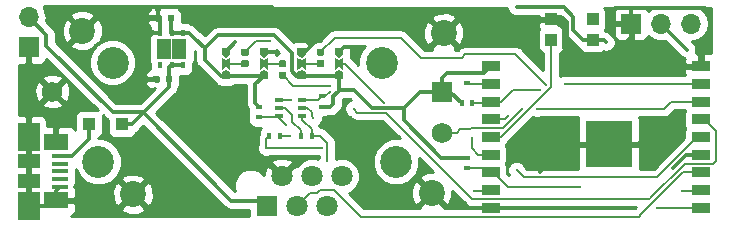
<source format=gbr>
G04 #@! TF.GenerationSoftware,KiCad,Pcbnew,5.0.2-bee76a0~70~ubuntu18.04.1*
G04 #@! TF.CreationDate,2019-02-02T17:17:24+01:00*
G04 #@! TF.ProjectId,roboy_sno,726f626f-795f-4736-9e6f-2e6b69636164,rev?*
G04 #@! TF.SameCoordinates,Original*
G04 #@! TF.FileFunction,Copper,L1,Top*
G04 #@! TF.FilePolarity,Positive*
%FSLAX46Y46*%
G04 Gerber Fmt 4.6, Leading zero omitted, Abs format (unit mm)*
G04 Created by KiCad (PCBNEW 5.0.2-bee76a0~70~ubuntu18.04.1) date Sa 02 Feb 2019 17:17:24 CET*
%MOMM*%
%LPD*%
G01*
G04 APERTURE LIST*
G04 #@! TA.AperFunction,SMDPad,CuDef*
%ADD10R,1.000000X1.000000*%
G04 #@! TD*
G04 #@! TA.AperFunction,ComponentPad*
%ADD11R,1.750000X1.750000*%
G04 #@! TD*
G04 #@! TA.AperFunction,ComponentPad*
%ADD12C,1.750000*%
G04 #@! TD*
G04 #@! TA.AperFunction,ComponentPad*
%ADD13C,2.700000*%
G04 #@! TD*
G04 #@! TA.AperFunction,SMDPad,CuDef*
%ADD14R,1.300000X0.850000*%
G04 #@! TD*
G04 #@! TA.AperFunction,SMDPad,CuDef*
%ADD15R,0.450000X0.630000*%
G04 #@! TD*
G04 #@! TA.AperFunction,SMDPad,CuDef*
%ADD16R,0.600000X0.500000*%
G04 #@! TD*
G04 #@! TA.AperFunction,SMDPad,CuDef*
%ADD17R,1.100000X1.100000*%
G04 #@! TD*
G04 #@! TA.AperFunction,SMDPad,CuDef*
%ADD18R,1.900000X1.175000*%
G04 #@! TD*
G04 #@! TA.AperFunction,SMDPad,CuDef*
%ADD19R,1.900000X2.375000*%
G04 #@! TD*
G04 #@! TA.AperFunction,SMDPad,CuDef*
%ADD20R,2.100000X1.475000*%
G04 #@! TD*
G04 #@! TA.AperFunction,SMDPad,CuDef*
%ADD21R,1.380000X0.450000*%
G04 #@! TD*
G04 #@! TA.AperFunction,ComponentPad*
%ADD22O,1.700000X1.700000*%
G04 #@! TD*
G04 #@! TA.AperFunction,ComponentPad*
%ADD23R,1.700000X1.700000*%
G04 #@! TD*
G04 #@! TA.AperFunction,SMDPad,CuDef*
%ADD24R,0.650000X0.400000*%
G04 #@! TD*
G04 #@! TA.AperFunction,SMDPad,CuDef*
%ADD25R,0.400000X0.600000*%
G04 #@! TD*
G04 #@! TA.AperFunction,SMDPad,CuDef*
%ADD26R,0.600000X0.400000*%
G04 #@! TD*
G04 #@! TA.AperFunction,ComponentPad*
%ADD27C,1.800000*%
G04 #@! TD*
G04 #@! TA.AperFunction,ComponentPad*
%ADD28R,1.800000X1.800000*%
G04 #@! TD*
G04 #@! TA.AperFunction,SMDPad,CuDef*
%ADD29R,1.485000X0.900000*%
G04 #@! TD*
G04 #@! TA.AperFunction,SMDPad,CuDef*
%ADD30R,4.000000X4.000000*%
G04 #@! TD*
G04 #@! TA.AperFunction,SMDPad,CuDef*
%ADD31C,0.600000*%
G04 #@! TD*
G04 #@! TA.AperFunction,Conductor*
%ADD32C,0.100000*%
G04 #@! TD*
G04 #@! TA.AperFunction,ComponentPad*
%ADD33C,2.200000*%
G04 #@! TD*
G04 #@! TA.AperFunction,SMDPad,CuDef*
%ADD34C,0.590000*%
G04 #@! TD*
G04 #@! TA.AperFunction,ViaPad*
%ADD35C,0.301000*%
G04 #@! TD*
G04 #@! TA.AperFunction,Conductor*
%ADD36C,0.300000*%
G04 #@! TD*
G04 #@! TA.AperFunction,Conductor*
%ADD37C,0.152400*%
G04 #@! TD*
G04 #@! TA.AperFunction,Conductor*
%ADD38C,0.254000*%
G04 #@! TD*
G04 APERTURE END LIST*
D10*
G04 #@! TO.P,D1,3*
G04 #@! TO.N,VDD5V*
X129250000Y-124375000D03*
G04 #@! TO.P,D1,4*
G04 #@! TO.N,Net-(D1-Pad4)*
X129250000Y-122625000D03*
G04 #@! TO.P,D1,2*
G04 #@! TO.N,NEOPX*
X125750000Y-124375000D03*
G04 #@! TO.P,D1,1*
G04 #@! TO.N,GND*
X125750000Y-122625000D03*
G04 #@! TD*
D11*
G04 #@! TO.P,RV1,1*
G04 #@! TO.N,3.3V*
X116500000Y-128750000D03*
D12*
G04 #@! TO.P,RV1,2*
G04 #@! TO.N,Net-(RV1-Pad2)*
X116500000Y-132250000D03*
G04 #@! TO.P,RV1,3*
G04 #@! TO.N,GND*
X83500000Y-128750000D03*
D13*
G04 #@! TO.P,RV1,MP*
G04 #@! TO.N,N/C*
X111400000Y-126300000D03*
X88600000Y-126300000D03*
X112600000Y-134700000D03*
X87400000Y-134700000D03*
G04 #@! TD*
D14*
G04 #@! TO.P,U1,7*
G04 #@! TO.N,N/C*
X94244412Y-124727375D03*
X92944412Y-124727375D03*
X94244412Y-125577375D03*
X92944412Y-125577375D03*
D15*
G04 #@! TO.P,U1,6*
G04 #@! TO.N,VDD5V*
X94544412Y-126492375D03*
G04 #@! TO.P,U1,5*
X93594412Y-126492375D03*
G04 #@! TO.P,U1,4*
G04 #@! TO.N,PWRGOOD*
X92644412Y-126492375D03*
G04 #@! TO.P,U1,3*
G04 #@! TO.N,GND*
X92644412Y-123812375D03*
G04 #@! TO.P,U1,2*
G04 #@! TO.N,3.3V*
X93594412Y-123812375D03*
G04 #@! TO.P,U1,1*
X94544412Y-123812375D03*
G04 #@! TD*
D16*
G04 #@! TO.P,C2,1*
G04 #@! TO.N,GND*
X92444412Y-122522375D03*
G04 #@! TO.P,C2,2*
G04 #@! TO.N,3.3V*
X93544412Y-122522375D03*
G04 #@! TD*
G04 #@! TO.P,C3,2*
G04 #@! TO.N,VDD5V*
X93394412Y-127692375D03*
G04 #@! TO.P,C3,1*
G04 #@! TO.N,GND*
X92294412Y-127692375D03*
G04 #@! TD*
D17*
G04 #@! TO.P,D2,2*
G04 #@! TO.N,Net-(D2-Pad2)*
X86600000Y-131500000D03*
G04 #@! TO.P,D2,1*
G04 #@! TO.N,VDD5V*
X89400000Y-131500000D03*
G04 #@! TD*
D18*
G04 #@! TO.P,J1,6*
G04 #@! TO.N,GND*
X81500000Y-136340000D03*
X81500000Y-134660000D03*
D19*
X81500000Y-138410000D03*
X81500000Y-132590000D03*
D20*
X83800000Y-137962500D03*
X83800000Y-133037500D03*
D21*
G04 #@! TO.P,J1,5*
X84160000Y-136800000D03*
G04 #@! TO.P,J1,4*
G04 #@! TO.N,Net-(J1-Pad4)*
X84160000Y-136150000D03*
G04 #@! TO.P,J1,3*
G04 #@! TO.N,Net-(J1-Pad3)*
X84160000Y-135500000D03*
G04 #@! TO.P,J1,2*
G04 #@! TO.N,Net-(J1-Pad2)*
X84160000Y-134850000D03*
G04 #@! TO.P,J1,1*
G04 #@! TO.N,Net-(D2-Pad2)*
X84160000Y-134200000D03*
G04 #@! TD*
D22*
G04 #@! TO.P,J5,2*
G04 #@! TO.N,VDD5V*
X81500000Y-122460000D03*
D23*
G04 #@! TO.P,J5,1*
G04 #@! TO.N,GND*
X81500000Y-125000000D03*
G04 #@! TD*
D24*
G04 #@! TO.P,Q1,6*
G04 #@! TO.N,GPIO0*
X102724336Y-130784870D03*
G04 #@! TO.P,Q1,4*
G04 #@! TO.N,RTS*
X102724336Y-129484870D03*
G04 #@! TO.P,Q1,2*
G04 #@! TO.N,Net-(Q1-Pad2)*
X104624336Y-130134870D03*
G04 #@! TO.P,Q1,5*
G04 #@! TO.N,Net-(Q1-Pad5)*
X102724336Y-130134870D03*
G04 #@! TO.P,Q1,3*
G04 #@! TO.N,RESET*
X104624336Y-129484870D03*
G04 #@! TO.P,Q1,1*
G04 #@! TO.N,DTR*
X104624336Y-130784870D03*
G04 #@! TD*
D25*
G04 #@! TO.P,R6,2*
G04 #@! TO.N,Net-(Q1-Pad2)*
X102750000Y-132500000D03*
G04 #@! TO.P,R6,1*
G04 #@! TO.N,RTS*
X101850000Y-132500000D03*
G04 #@! TD*
G04 #@! TO.P,R7,1*
G04 #@! TO.N,DTR*
X105450000Y-132500000D03*
G04 #@! TO.P,R7,2*
G04 #@! TO.N,Net-(Q1-Pad5)*
X104550000Y-132500000D03*
G04 #@! TD*
D26*
G04 #@! TO.P,R8,2*
G04 #@! TO.N,GPIO0*
X101000000Y-130950000D03*
G04 #@! TO.P,R8,1*
G04 #@! TO.N,3.3V*
X101000000Y-130050000D03*
G04 #@! TD*
G04 #@! TO.P,R9,1*
G04 #@! TO.N,3.3V*
X106300000Y-130050000D03*
G04 #@! TO.P,R9,2*
G04 #@! TO.N,RESET*
X106300000Y-129150000D03*
G04 #@! TD*
D22*
G04 #@! TO.P,J2,3*
G04 #@! TO.N,PWM*
X137580000Y-123000000D03*
G04 #@! TO.P,J2,2*
G04 #@! TO.N,VDD5V*
X135040000Y-123000000D03*
D23*
G04 #@! TO.P,J2,1*
G04 #@! TO.N,GND*
X132500000Y-123000000D03*
G04 #@! TD*
D26*
G04 #@! TO.P,R10,2*
G04 #@! TO.N,3.3V*
X118600000Y-127150000D03*
G04 #@! TO.P,R10,1*
G04 #@! TO.N,Net-(R10-Pad1)*
X118600000Y-128050000D03*
G04 #@! TD*
D25*
G04 #@! TO.P,R11,1*
G04 #@! TO.N,3.3V*
X118150000Y-129700000D03*
G04 #@! TO.P,R11,2*
G04 #@! TO.N,SCL*
X119050000Y-129700000D03*
G04 #@! TD*
D26*
G04 #@! TO.P,R12,2*
G04 #@! TO.N,3.3V*
X118600000Y-134350000D03*
G04 #@! TO.P,R12,1*
G04 #@! TO.N,SDA*
X118600000Y-135250000D03*
G04 #@! TD*
D27*
G04 #@! TO.P,J3,6*
G04 #@! TO.N,RTS*
X108020000Y-135920000D03*
G04 #@! TO.P,J3,5*
G04 #@! TO.N,DTR*
X106750000Y-138460000D03*
D28*
G04 #@! TO.P,J3,1*
G04 #@! TO.N,VDD5V*
X101670000Y-138460000D03*
D27*
G04 #@! TO.P,J3,2*
G04 #@! TO.N,GND*
X102940000Y-135920000D03*
G04 #@! TO.P,J3,3*
G04 #@! TO.N,TXD*
X104210000Y-138460000D03*
G04 #@! TO.P,J3,4*
G04 #@! TO.N,RXD*
X105480000Y-135920000D03*
G04 #@! TD*
D29*
G04 #@! TO.P,U2,1*
G04 #@! TO.N,3.3V*
X120607500Y-126600000D03*
G04 #@! TO.P,U2,2*
G04 #@! TO.N,Net-(R10-Pad1)*
X120607500Y-128100000D03*
G04 #@! TO.P,U2,3*
G04 #@! TO.N,SCL*
X120607500Y-129600000D03*
G04 #@! TO.P,U2,4*
G04 #@! TO.N,PWM*
X120607500Y-131100000D03*
G04 #@! TO.P,U2,5*
G04 #@! TO.N,NEOPX*
X120607500Y-132600000D03*
G04 #@! TO.P,U2,6*
G04 #@! TO.N,ID3*
X120607500Y-134100000D03*
G04 #@! TO.P,U2,7*
G04 #@! TO.N,SDA*
X120607500Y-135600000D03*
G04 #@! TO.P,U2,8*
G04 #@! TO.N,GPIO0*
X120607500Y-137100000D03*
G04 #@! TO.P,U2,9*
G04 #@! TO.N,GND*
X120607500Y-138600000D03*
G04 #@! TO.P,U2,10*
G04 #@! TO.N,ID0*
X138392500Y-138600000D03*
G04 #@! TO.P,U2,11*
G04 #@! TO.N,RXD*
X138392500Y-137100000D03*
G04 #@! TO.P,U2,12*
G04 #@! TO.N,TXD*
X138392500Y-135600000D03*
G04 #@! TO.P,U2,13*
G04 #@! TO.N,GND*
X138392500Y-134100000D03*
G04 #@! TO.P,U2,14*
G04 #@! TO.N,ID1*
X138392500Y-132600000D03*
G04 #@! TO.P,U2,15*
G04 #@! TO.N,RESET*
X138392500Y-131100000D03*
G04 #@! TO.P,U2,16*
G04 #@! TO.N,Net-(RV1-Pad2)*
X138392500Y-129600000D03*
G04 #@! TO.P,U2,17*
G04 #@! TO.N,ID2*
X138392500Y-128100000D03*
G04 #@! TO.P,U2,18*
G04 #@! TO.N,GND*
X138392500Y-126600000D03*
D30*
G04 #@! TO.P,U2,19*
X130600000Y-133200000D03*
G04 #@! TD*
D31*
G04 #@! TO.P,ID0,3*
G04 #@! TO.N,GND*
X98200000Y-125400000D03*
D32*
G04 #@! TD*
G04 #@! TO.N,GND*
G04 #@! TO.C,ID0*
G36*
X98550000Y-125100000D02*
X98550000Y-125700000D01*
X98200000Y-125900000D01*
X97850000Y-125700000D01*
X97850000Y-125100000D01*
X98550000Y-125100000D01*
X98550000Y-125100000D01*
G37*
D31*
G04 #@! TO.P,ID0,1*
G04 #@! TO.N,3.3V*
X98200000Y-127400000D03*
D32*
G04 #@! TD*
G04 #@! TO.N,3.3V*
G04 #@! TO.C,ID0*
G36*
X98200000Y-126900000D02*
X98550000Y-127100000D01*
X98550000Y-127700000D01*
X97850000Y-127700000D01*
X97850000Y-127100000D01*
X98200000Y-126900000D01*
X98200000Y-126900000D01*
G37*
D31*
G04 #@! TO.P,ID0,2*
G04 #@! TO.N,Net-(JP1-Pad2)*
X98200000Y-126400000D03*
D32*
G04 #@! TD*
G04 #@! TO.N,Net-(JP1-Pad2)*
G04 #@! TO.C,ID0*
G36*
X98200000Y-126099000D02*
X98550000Y-125900000D01*
X98550000Y-126900000D01*
X98200000Y-126701000D01*
X97850000Y-126900000D01*
X97850000Y-125900000D01*
X98200000Y-126099000D01*
X98200000Y-126099000D01*
G37*
D31*
G04 #@! TO.P,ID1,2*
G04 #@! TO.N,Net-(JP2-Pad2)*
X101400000Y-126400000D03*
D32*
G04 #@! TD*
G04 #@! TO.N,Net-(JP2-Pad2)*
G04 #@! TO.C,ID1*
G36*
X101400000Y-126099000D02*
X101750000Y-125900000D01*
X101750000Y-126900000D01*
X101400000Y-126701000D01*
X101050000Y-126900000D01*
X101050000Y-125900000D01*
X101400000Y-126099000D01*
X101400000Y-126099000D01*
G37*
D31*
G04 #@! TO.P,ID1,1*
G04 #@! TO.N,3.3V*
X101400000Y-127400000D03*
D32*
G04 #@! TD*
G04 #@! TO.N,3.3V*
G04 #@! TO.C,ID1*
G36*
X101400000Y-126900000D02*
X101750000Y-127100000D01*
X101750000Y-127700000D01*
X101050000Y-127700000D01*
X101050000Y-127100000D01*
X101400000Y-126900000D01*
X101400000Y-126900000D01*
G37*
D31*
G04 #@! TO.P,ID1,3*
G04 #@! TO.N,GND*
X101400000Y-125400000D03*
D32*
G04 #@! TD*
G04 #@! TO.N,GND*
G04 #@! TO.C,ID1*
G36*
X101750000Y-125100000D02*
X101750000Y-125700000D01*
X101400000Y-125900000D01*
X101050000Y-125700000D01*
X101050000Y-125100000D01*
X101750000Y-125100000D01*
X101750000Y-125100000D01*
G37*
D31*
G04 #@! TO.P,ID2,2*
G04 #@! TO.N,Net-(JP3-Pad2)*
X104600000Y-126400000D03*
D32*
G04 #@! TD*
G04 #@! TO.N,Net-(JP3-Pad2)*
G04 #@! TO.C,ID2*
G36*
X104600000Y-126099000D02*
X104950000Y-125900000D01*
X104950000Y-126900000D01*
X104600000Y-126701000D01*
X104250000Y-126900000D01*
X104250000Y-125900000D01*
X104600000Y-126099000D01*
X104600000Y-126099000D01*
G37*
D31*
G04 #@! TO.P,ID2,1*
G04 #@! TO.N,3.3V*
X104600000Y-127400000D03*
D32*
G04 #@! TD*
G04 #@! TO.N,3.3V*
G04 #@! TO.C,ID2*
G36*
X104600000Y-126900000D02*
X104950000Y-127100000D01*
X104950000Y-127700000D01*
X104250000Y-127700000D01*
X104250000Y-127100000D01*
X104600000Y-126900000D01*
X104600000Y-126900000D01*
G37*
D31*
G04 #@! TO.P,ID2,3*
G04 #@! TO.N,GND*
X104600000Y-125400000D03*
D32*
G04 #@! TD*
G04 #@! TO.N,GND*
G04 #@! TO.C,ID2*
G36*
X104950000Y-125100000D02*
X104950000Y-125700000D01*
X104600000Y-125900000D01*
X104250000Y-125700000D01*
X104250000Y-125100000D01*
X104950000Y-125100000D01*
X104950000Y-125100000D01*
G37*
D33*
G04 #@! TO.P,REF\002A\002A,1*
G04 #@! TO.N,GND*
X86040000Y-123600000D03*
G04 #@! TD*
G04 #@! TO.P,REF\002A\002A,1*
G04 #@! TO.N,GND*
X116640000Y-123800000D03*
G04 #@! TD*
G04 #@! TO.P,REF\002A\002A,1*
G04 #@! TO.N,GND*
X115620000Y-137310000D03*
G04 #@! TD*
G04 #@! TO.P,REF\002A\002A,1*
G04 #@! TO.N,GND*
X90330000Y-137440000D03*
G04 #@! TD*
D32*
G04 #@! TO.N,Net-(JP1-Pad2)*
G04 #@! TO.C,R1*
G36*
X99986958Y-126090710D02*
X100001276Y-126092834D01*
X100015317Y-126096351D01*
X100028946Y-126101228D01*
X100042031Y-126107417D01*
X100054447Y-126114858D01*
X100066073Y-126123481D01*
X100076798Y-126133202D01*
X100086519Y-126143927D01*
X100095142Y-126155553D01*
X100102583Y-126167969D01*
X100108772Y-126181054D01*
X100113649Y-126194683D01*
X100117166Y-126208724D01*
X100119290Y-126223042D01*
X100120000Y-126237500D01*
X100120000Y-126532500D01*
X100119290Y-126546958D01*
X100117166Y-126561276D01*
X100113649Y-126575317D01*
X100108772Y-126588946D01*
X100102583Y-126602031D01*
X100095142Y-126614447D01*
X100086519Y-126626073D01*
X100076798Y-126636798D01*
X100066073Y-126646519D01*
X100054447Y-126655142D01*
X100042031Y-126662583D01*
X100028946Y-126668772D01*
X100015317Y-126673649D01*
X100001276Y-126677166D01*
X99986958Y-126679290D01*
X99972500Y-126680000D01*
X99627500Y-126680000D01*
X99613042Y-126679290D01*
X99598724Y-126677166D01*
X99584683Y-126673649D01*
X99571054Y-126668772D01*
X99557969Y-126662583D01*
X99545553Y-126655142D01*
X99533927Y-126646519D01*
X99523202Y-126636798D01*
X99513481Y-126626073D01*
X99504858Y-126614447D01*
X99497417Y-126602031D01*
X99491228Y-126588946D01*
X99486351Y-126575317D01*
X99482834Y-126561276D01*
X99480710Y-126546958D01*
X99480000Y-126532500D01*
X99480000Y-126237500D01*
X99480710Y-126223042D01*
X99482834Y-126208724D01*
X99486351Y-126194683D01*
X99491228Y-126181054D01*
X99497417Y-126167969D01*
X99504858Y-126155553D01*
X99513481Y-126143927D01*
X99523202Y-126133202D01*
X99533927Y-126123481D01*
X99545553Y-126114858D01*
X99557969Y-126107417D01*
X99571054Y-126101228D01*
X99584683Y-126096351D01*
X99598724Y-126092834D01*
X99613042Y-126090710D01*
X99627500Y-126090000D01*
X99972500Y-126090000D01*
X99986958Y-126090710D01*
X99986958Y-126090710D01*
G37*
D34*
G04 #@! TD*
G04 #@! TO.P,R1,2*
G04 #@! TO.N,Net-(JP1-Pad2)*
X99800000Y-126385000D03*
D32*
G04 #@! TO.N,ID0*
G04 #@! TO.C,R1*
G36*
X99986958Y-125120710D02*
X100001276Y-125122834D01*
X100015317Y-125126351D01*
X100028946Y-125131228D01*
X100042031Y-125137417D01*
X100054447Y-125144858D01*
X100066073Y-125153481D01*
X100076798Y-125163202D01*
X100086519Y-125173927D01*
X100095142Y-125185553D01*
X100102583Y-125197969D01*
X100108772Y-125211054D01*
X100113649Y-125224683D01*
X100117166Y-125238724D01*
X100119290Y-125253042D01*
X100120000Y-125267500D01*
X100120000Y-125562500D01*
X100119290Y-125576958D01*
X100117166Y-125591276D01*
X100113649Y-125605317D01*
X100108772Y-125618946D01*
X100102583Y-125632031D01*
X100095142Y-125644447D01*
X100086519Y-125656073D01*
X100076798Y-125666798D01*
X100066073Y-125676519D01*
X100054447Y-125685142D01*
X100042031Y-125692583D01*
X100028946Y-125698772D01*
X100015317Y-125703649D01*
X100001276Y-125707166D01*
X99986958Y-125709290D01*
X99972500Y-125710000D01*
X99627500Y-125710000D01*
X99613042Y-125709290D01*
X99598724Y-125707166D01*
X99584683Y-125703649D01*
X99571054Y-125698772D01*
X99557969Y-125692583D01*
X99545553Y-125685142D01*
X99533927Y-125676519D01*
X99523202Y-125666798D01*
X99513481Y-125656073D01*
X99504858Y-125644447D01*
X99497417Y-125632031D01*
X99491228Y-125618946D01*
X99486351Y-125605317D01*
X99482834Y-125591276D01*
X99480710Y-125576958D01*
X99480000Y-125562500D01*
X99480000Y-125267500D01*
X99480710Y-125253042D01*
X99482834Y-125238724D01*
X99486351Y-125224683D01*
X99491228Y-125211054D01*
X99497417Y-125197969D01*
X99504858Y-125185553D01*
X99513481Y-125173927D01*
X99523202Y-125163202D01*
X99533927Y-125153481D01*
X99545553Y-125144858D01*
X99557969Y-125137417D01*
X99571054Y-125131228D01*
X99584683Y-125126351D01*
X99598724Y-125122834D01*
X99613042Y-125120710D01*
X99627500Y-125120000D01*
X99972500Y-125120000D01*
X99986958Y-125120710D01*
X99986958Y-125120710D01*
G37*
D34*
G04 #@! TD*
G04 #@! TO.P,R1,1*
G04 #@! TO.N,ID0*
X99800000Y-125415000D03*
D32*
G04 #@! TO.N,ID1*
G04 #@! TO.C,R2*
G36*
X103186958Y-127090710D02*
X103201276Y-127092834D01*
X103215317Y-127096351D01*
X103228946Y-127101228D01*
X103242031Y-127107417D01*
X103254447Y-127114858D01*
X103266073Y-127123481D01*
X103276798Y-127133202D01*
X103286519Y-127143927D01*
X103295142Y-127155553D01*
X103302583Y-127167969D01*
X103308772Y-127181054D01*
X103313649Y-127194683D01*
X103317166Y-127208724D01*
X103319290Y-127223042D01*
X103320000Y-127237500D01*
X103320000Y-127532500D01*
X103319290Y-127546958D01*
X103317166Y-127561276D01*
X103313649Y-127575317D01*
X103308772Y-127588946D01*
X103302583Y-127602031D01*
X103295142Y-127614447D01*
X103286519Y-127626073D01*
X103276798Y-127636798D01*
X103266073Y-127646519D01*
X103254447Y-127655142D01*
X103242031Y-127662583D01*
X103228946Y-127668772D01*
X103215317Y-127673649D01*
X103201276Y-127677166D01*
X103186958Y-127679290D01*
X103172500Y-127680000D01*
X102827500Y-127680000D01*
X102813042Y-127679290D01*
X102798724Y-127677166D01*
X102784683Y-127673649D01*
X102771054Y-127668772D01*
X102757969Y-127662583D01*
X102745553Y-127655142D01*
X102733927Y-127646519D01*
X102723202Y-127636798D01*
X102713481Y-127626073D01*
X102704858Y-127614447D01*
X102697417Y-127602031D01*
X102691228Y-127588946D01*
X102686351Y-127575317D01*
X102682834Y-127561276D01*
X102680710Y-127546958D01*
X102680000Y-127532500D01*
X102680000Y-127237500D01*
X102680710Y-127223042D01*
X102682834Y-127208724D01*
X102686351Y-127194683D01*
X102691228Y-127181054D01*
X102697417Y-127167969D01*
X102704858Y-127155553D01*
X102713481Y-127143927D01*
X102723202Y-127133202D01*
X102733927Y-127123481D01*
X102745553Y-127114858D01*
X102757969Y-127107417D01*
X102771054Y-127101228D01*
X102784683Y-127096351D01*
X102798724Y-127092834D01*
X102813042Y-127090710D01*
X102827500Y-127090000D01*
X103172500Y-127090000D01*
X103186958Y-127090710D01*
X103186958Y-127090710D01*
G37*
D34*
G04 #@! TD*
G04 #@! TO.P,R2,1*
G04 #@! TO.N,ID1*
X103000000Y-127385000D03*
D32*
G04 #@! TO.N,Net-(JP2-Pad2)*
G04 #@! TO.C,R2*
G36*
X103186958Y-126120710D02*
X103201276Y-126122834D01*
X103215317Y-126126351D01*
X103228946Y-126131228D01*
X103242031Y-126137417D01*
X103254447Y-126144858D01*
X103266073Y-126153481D01*
X103276798Y-126163202D01*
X103286519Y-126173927D01*
X103295142Y-126185553D01*
X103302583Y-126197969D01*
X103308772Y-126211054D01*
X103313649Y-126224683D01*
X103317166Y-126238724D01*
X103319290Y-126253042D01*
X103320000Y-126267500D01*
X103320000Y-126562500D01*
X103319290Y-126576958D01*
X103317166Y-126591276D01*
X103313649Y-126605317D01*
X103308772Y-126618946D01*
X103302583Y-126632031D01*
X103295142Y-126644447D01*
X103286519Y-126656073D01*
X103276798Y-126666798D01*
X103266073Y-126676519D01*
X103254447Y-126685142D01*
X103242031Y-126692583D01*
X103228946Y-126698772D01*
X103215317Y-126703649D01*
X103201276Y-126707166D01*
X103186958Y-126709290D01*
X103172500Y-126710000D01*
X102827500Y-126710000D01*
X102813042Y-126709290D01*
X102798724Y-126707166D01*
X102784683Y-126703649D01*
X102771054Y-126698772D01*
X102757969Y-126692583D01*
X102745553Y-126685142D01*
X102733927Y-126676519D01*
X102723202Y-126666798D01*
X102713481Y-126656073D01*
X102704858Y-126644447D01*
X102697417Y-126632031D01*
X102691228Y-126618946D01*
X102686351Y-126605317D01*
X102682834Y-126591276D01*
X102680710Y-126576958D01*
X102680000Y-126562500D01*
X102680000Y-126267500D01*
X102680710Y-126253042D01*
X102682834Y-126238724D01*
X102686351Y-126224683D01*
X102691228Y-126211054D01*
X102697417Y-126197969D01*
X102704858Y-126185553D01*
X102713481Y-126173927D01*
X102723202Y-126163202D01*
X102733927Y-126153481D01*
X102745553Y-126144858D01*
X102757969Y-126137417D01*
X102771054Y-126131228D01*
X102784683Y-126126351D01*
X102798724Y-126122834D01*
X102813042Y-126120710D01*
X102827500Y-126120000D01*
X103172500Y-126120000D01*
X103186958Y-126120710D01*
X103186958Y-126120710D01*
G37*
D34*
G04 #@! TD*
G04 #@! TO.P,R2,2*
G04 #@! TO.N,Net-(JP2-Pad2)*
X103000000Y-126415000D03*
D32*
G04 #@! TO.N,ID2*
G04 #@! TO.C,R3*
G36*
X106386958Y-125120710D02*
X106401276Y-125122834D01*
X106415317Y-125126351D01*
X106428946Y-125131228D01*
X106442031Y-125137417D01*
X106454447Y-125144858D01*
X106466073Y-125153481D01*
X106476798Y-125163202D01*
X106486519Y-125173927D01*
X106495142Y-125185553D01*
X106502583Y-125197969D01*
X106508772Y-125211054D01*
X106513649Y-125224683D01*
X106517166Y-125238724D01*
X106519290Y-125253042D01*
X106520000Y-125267500D01*
X106520000Y-125562500D01*
X106519290Y-125576958D01*
X106517166Y-125591276D01*
X106513649Y-125605317D01*
X106508772Y-125618946D01*
X106502583Y-125632031D01*
X106495142Y-125644447D01*
X106486519Y-125656073D01*
X106476798Y-125666798D01*
X106466073Y-125676519D01*
X106454447Y-125685142D01*
X106442031Y-125692583D01*
X106428946Y-125698772D01*
X106415317Y-125703649D01*
X106401276Y-125707166D01*
X106386958Y-125709290D01*
X106372500Y-125710000D01*
X106027500Y-125710000D01*
X106013042Y-125709290D01*
X105998724Y-125707166D01*
X105984683Y-125703649D01*
X105971054Y-125698772D01*
X105957969Y-125692583D01*
X105945553Y-125685142D01*
X105933927Y-125676519D01*
X105923202Y-125666798D01*
X105913481Y-125656073D01*
X105904858Y-125644447D01*
X105897417Y-125632031D01*
X105891228Y-125618946D01*
X105886351Y-125605317D01*
X105882834Y-125591276D01*
X105880710Y-125576958D01*
X105880000Y-125562500D01*
X105880000Y-125267500D01*
X105880710Y-125253042D01*
X105882834Y-125238724D01*
X105886351Y-125224683D01*
X105891228Y-125211054D01*
X105897417Y-125197969D01*
X105904858Y-125185553D01*
X105913481Y-125173927D01*
X105923202Y-125163202D01*
X105933927Y-125153481D01*
X105945553Y-125144858D01*
X105957969Y-125137417D01*
X105971054Y-125131228D01*
X105984683Y-125126351D01*
X105998724Y-125122834D01*
X106013042Y-125120710D01*
X106027500Y-125120000D01*
X106372500Y-125120000D01*
X106386958Y-125120710D01*
X106386958Y-125120710D01*
G37*
D34*
G04 #@! TD*
G04 #@! TO.P,R3,1*
G04 #@! TO.N,ID2*
X106200000Y-125415000D03*
D32*
G04 #@! TO.N,Net-(JP3-Pad2)*
G04 #@! TO.C,R3*
G36*
X106386958Y-126090710D02*
X106401276Y-126092834D01*
X106415317Y-126096351D01*
X106428946Y-126101228D01*
X106442031Y-126107417D01*
X106454447Y-126114858D01*
X106466073Y-126123481D01*
X106476798Y-126133202D01*
X106486519Y-126143927D01*
X106495142Y-126155553D01*
X106502583Y-126167969D01*
X106508772Y-126181054D01*
X106513649Y-126194683D01*
X106517166Y-126208724D01*
X106519290Y-126223042D01*
X106520000Y-126237500D01*
X106520000Y-126532500D01*
X106519290Y-126546958D01*
X106517166Y-126561276D01*
X106513649Y-126575317D01*
X106508772Y-126588946D01*
X106502583Y-126602031D01*
X106495142Y-126614447D01*
X106486519Y-126626073D01*
X106476798Y-126636798D01*
X106466073Y-126646519D01*
X106454447Y-126655142D01*
X106442031Y-126662583D01*
X106428946Y-126668772D01*
X106415317Y-126673649D01*
X106401276Y-126677166D01*
X106386958Y-126679290D01*
X106372500Y-126680000D01*
X106027500Y-126680000D01*
X106013042Y-126679290D01*
X105998724Y-126677166D01*
X105984683Y-126673649D01*
X105971054Y-126668772D01*
X105957969Y-126662583D01*
X105945553Y-126655142D01*
X105933927Y-126646519D01*
X105923202Y-126636798D01*
X105913481Y-126626073D01*
X105904858Y-126614447D01*
X105897417Y-126602031D01*
X105891228Y-126588946D01*
X105886351Y-126575317D01*
X105882834Y-126561276D01*
X105880710Y-126546958D01*
X105880000Y-126532500D01*
X105880000Y-126237500D01*
X105880710Y-126223042D01*
X105882834Y-126208724D01*
X105886351Y-126194683D01*
X105891228Y-126181054D01*
X105897417Y-126167969D01*
X105904858Y-126155553D01*
X105913481Y-126143927D01*
X105923202Y-126133202D01*
X105933927Y-126123481D01*
X105945553Y-126114858D01*
X105957969Y-126107417D01*
X105971054Y-126101228D01*
X105984683Y-126096351D01*
X105998724Y-126092834D01*
X106013042Y-126090710D01*
X106027500Y-126090000D01*
X106372500Y-126090000D01*
X106386958Y-126090710D01*
X106386958Y-126090710D01*
G37*
D34*
G04 #@! TD*
G04 #@! TO.P,R3,2*
G04 #@! TO.N,Net-(JP3-Pad2)*
X106200000Y-126385000D03*
D31*
G04 #@! TO.P,ID3,2*
G04 #@! TO.N,ID3*
X107800000Y-126400000D03*
D32*
G04 #@! TD*
G04 #@! TO.N,ID3*
G04 #@! TO.C,ID3*
G36*
X107800000Y-126099000D02*
X108150000Y-125900000D01*
X108150000Y-126900000D01*
X107800000Y-126701000D01*
X107450000Y-126900000D01*
X107450000Y-125900000D01*
X107800000Y-126099000D01*
X107800000Y-126099000D01*
G37*
D31*
G04 #@! TO.P,ID3,1*
G04 #@! TO.N,3.3V*
X107800000Y-127400000D03*
D32*
G04 #@! TD*
G04 #@! TO.N,3.3V*
G04 #@! TO.C,ID3*
G36*
X107800000Y-126900000D02*
X108150000Y-127100000D01*
X108150000Y-127700000D01*
X107450000Y-127700000D01*
X107450000Y-127100000D01*
X107800000Y-126900000D01*
X107800000Y-126900000D01*
G37*
D31*
G04 #@! TO.P,ID3,3*
G04 #@! TO.N,GND*
X107800000Y-125400000D03*
D32*
G04 #@! TD*
G04 #@! TO.N,GND*
G04 #@! TO.C,ID3*
G36*
X108150000Y-125100000D02*
X108150000Y-125700000D01*
X107800000Y-125900000D01*
X107450000Y-125700000D01*
X107450000Y-125100000D01*
X108150000Y-125100000D01*
X108150000Y-125100000D01*
G37*
D35*
G04 #@! TO.N,GND*
X105400000Y-124900000D03*
X108900000Y-125000000D03*
X102400000Y-125400000D03*
X99000000Y-124600000D03*
X134700000Y-134900000D03*
X122300000Y-138600000D03*
X124800000Y-135600000D03*
X136018065Y-135218065D03*
X138600000Y-125600000D03*
X137101765Y-130298235D03*
G04 #@! TO.N,VDD5V*
X91150000Y-130500000D03*
X137240000Y-125200000D03*
X130400000Y-124600000D03*
X122800000Y-121600000D03*
G04 #@! TO.N,GPIO0*
X103300000Y-131600000D03*
X119200000Y-137200000D03*
G04 #@! TO.N,RTS*
X101600000Y-133500000D03*
X103700000Y-129500000D03*
X106350000Y-133500000D03*
G04 #@! TO.N,Net-(Q1-Pad2)*
X103600000Y-132500000D03*
X105600000Y-131000000D03*
G04 #@! TO.N,RESET*
X106979751Y-128779751D03*
X109000000Y-130200000D03*
G04 #@! TO.N,DTR*
X106770000Y-134640000D03*
G04 #@! TO.N,Net-(RV1-Pad2)*
X123300000Y-130200000D03*
X124500000Y-130200000D03*
G04 #@! TO.N,PWM*
X122100000Y-130800000D03*
G04 #@! TO.N,SCL*
X124800000Y-128600000D03*
G04 #@! TO.N,SDA*
X128200000Y-136800000D03*
G04 #@! TO.N,RXD*
X136800000Y-137200000D03*
G04 #@! TO.N,ID0*
X101900000Y-124452900D03*
X134700000Y-138600000D03*
G04 #@! TO.N,ID1*
X107000000Y-128300000D03*
X122800000Y-135400000D03*
G04 #@! TO.N,ID2*
X125300000Y-128200000D03*
X126900000Y-128100000D03*
G04 #@! TO.N,ID3*
X111600000Y-129700000D03*
X119000000Y-132700000D03*
G04 #@! TD*
D36*
G04 #@! TO.N,GND*
X92644412Y-122722375D02*
X92444412Y-122522375D01*
X92644412Y-123812375D02*
X92644412Y-122722375D01*
X104600000Y-125400000D02*
X104900000Y-125400000D01*
X104900000Y-125400000D02*
X105400000Y-124900000D01*
X108200000Y-125000000D02*
X107800000Y-125400000D01*
X108900000Y-125000000D02*
X108200000Y-125000000D01*
X83352500Y-138410000D02*
X83800000Y-137962500D01*
X81500000Y-138410000D02*
X83352500Y-138410000D01*
X83800000Y-137160000D02*
X84160000Y-136800000D01*
X83800000Y-137962500D02*
X83800000Y-137160000D01*
X92444412Y-121855588D02*
X92444412Y-122522375D01*
X92700000Y-121600000D02*
X92444412Y-121855588D01*
X105400000Y-124900000D02*
X102100000Y-121600000D01*
X102100000Y-121600000D02*
X92700000Y-121600000D01*
X101400000Y-125400000D02*
X102400000Y-125400000D01*
X98200000Y-125400000D02*
X99000000Y-124600000D01*
X133000000Y-133200000D02*
X130600000Y-133200000D01*
X134700000Y-134900000D02*
X133000000Y-133200000D01*
X120607500Y-138600000D02*
X122300000Y-138600000D01*
X127200000Y-133200000D02*
X130600000Y-133200000D01*
X124800000Y-135600000D02*
X127200000Y-133200000D01*
X138392500Y-134100000D02*
X137136130Y-134100000D01*
X137136130Y-134100000D02*
X136018065Y-135218065D01*
X138600000Y-126392500D02*
X138392500Y-126600000D01*
X138600000Y-125600000D02*
X138600000Y-126392500D01*
X125750000Y-122625000D02*
X125925000Y-122625000D01*
X126500000Y-123100000D02*
X127000000Y-123600000D01*
X127000000Y-124100000D02*
X127000000Y-123900000D01*
X125925000Y-122625000D02*
X126400000Y-123100000D01*
X126400000Y-123100000D02*
X126500000Y-123100000D01*
X127000000Y-123600000D02*
X127000000Y-124100000D01*
X132500000Y-124150000D02*
X130750000Y-125900000D01*
X132500000Y-123000000D02*
X132500000Y-124150000D01*
X130750000Y-125900000D02*
X127600000Y-125900000D01*
X127600000Y-125900000D02*
X127000000Y-125300000D01*
X92700000Y-121600000D02*
X91100000Y-121600000D01*
X91100000Y-121600000D02*
X90800000Y-121600000D01*
X90800000Y-121600000D02*
X82900000Y-121600000D01*
X92119412Y-123812375D02*
X92007037Y-123700000D01*
X92644412Y-123812375D02*
X92119412Y-123812375D01*
X132500000Y-121850000D02*
X132550000Y-121800000D01*
X132500000Y-123000000D02*
X132500000Y-121850000D01*
X134300000Y-121700000D02*
X131100000Y-121700000D01*
X134300000Y-121700000D02*
X138800000Y-121700000D01*
X127100000Y-124200000D02*
X127000000Y-124300000D01*
X127000000Y-125300000D02*
X127000000Y-124300000D01*
X127000000Y-124300000D02*
X127000000Y-124100000D01*
X127100000Y-123175000D02*
X127100000Y-123700000D01*
X125750000Y-122625000D02*
X126550000Y-122625000D01*
X126550000Y-122625000D02*
X127100000Y-123175000D01*
X127100000Y-123700000D02*
X127100000Y-124200000D01*
X126800000Y-125100000D02*
X127000000Y-125300000D01*
X126800000Y-123200000D02*
X126800000Y-125100000D01*
X127000000Y-124100000D02*
X127000000Y-123400000D01*
X127000000Y-123400000D02*
X126800000Y-123200000D01*
X125750000Y-122625000D02*
X126125000Y-122625000D01*
X126125000Y-122625000D02*
X126500000Y-123000000D01*
X126500000Y-123000000D02*
X126700000Y-123000000D01*
X125750000Y-122625000D02*
X125975000Y-122625000D01*
X125975000Y-122625000D02*
X126200000Y-122400000D01*
X126200000Y-122400000D02*
X126600000Y-122400000D01*
X126600000Y-122400000D02*
X127100000Y-122900000D01*
X127100000Y-122900000D02*
X127100000Y-123600000D01*
X127100000Y-123100000D02*
X127100000Y-123600000D01*
X127100000Y-123600000D02*
X127100000Y-123700000D01*
G04 #@! TO.N,3.3V*
X93544412Y-123762375D02*
X93594412Y-123812375D01*
X93544412Y-122522375D02*
X93544412Y-123762375D01*
X93594412Y-123812375D02*
X94544412Y-123812375D01*
X95069412Y-123812375D02*
X95557037Y-124300000D01*
X94544412Y-123812375D02*
X95069412Y-123812375D01*
X100700000Y-129750000D02*
X101000000Y-130050000D01*
X107050000Y-130050000D02*
X106300000Y-130050000D01*
X107300000Y-129800000D02*
X107050000Y-130050000D01*
X118600000Y-134350000D02*
X116857446Y-134350000D01*
X95557037Y-124300000D02*
X95600000Y-124300000D01*
X95600000Y-124300000D02*
X96400000Y-125100000D01*
X97750000Y-127400000D02*
X98200000Y-127400000D01*
X96400000Y-126050000D02*
X97750000Y-127400000D01*
X96400000Y-125100000D02*
X96400000Y-126050000D01*
X98200000Y-127400000D02*
X101400000Y-127400000D01*
X100700000Y-128100000D02*
X101400000Y-127400000D01*
X100700000Y-129750000D02*
X100700000Y-128100000D01*
X97500000Y-124000000D02*
X102300000Y-124000000D01*
X96400000Y-125100000D02*
X97500000Y-124000000D01*
X102300000Y-124000000D02*
X103800000Y-125500000D01*
X104150000Y-127400000D02*
X104600000Y-127400000D01*
X103800000Y-127050000D02*
X104150000Y-127400000D01*
X103800000Y-125500000D02*
X103800000Y-127050000D01*
X105050000Y-127400000D02*
X107800000Y-127400000D01*
X104600000Y-127400000D02*
X105050000Y-127400000D01*
X107300000Y-129100000D02*
X107650000Y-128750000D01*
X107300000Y-129800000D02*
X107300000Y-129100000D01*
X107800000Y-128600000D02*
X107800000Y-127400000D01*
X107650000Y-128750000D02*
X107800000Y-128600000D01*
X115322599Y-128752401D02*
X115325000Y-128750000D01*
X115325000Y-128750000D02*
X116500000Y-128750000D01*
X120057500Y-127150000D02*
X120607500Y-126600000D01*
X116925000Y-127150000D02*
X120057500Y-127150000D01*
X116500000Y-127575000D02*
X116925000Y-127150000D01*
X116500000Y-128750000D02*
X116500000Y-127575000D01*
X117200000Y-128750000D02*
X118150000Y-129700000D01*
X116500000Y-128750000D02*
X117200000Y-128750000D01*
X107800000Y-128600000D02*
X109000000Y-128600000D01*
X110552901Y-130152901D02*
X113247099Y-130152901D01*
X109000000Y-128600000D02*
X110552901Y-130152901D01*
X114650000Y-128750000D02*
X115325000Y-128750000D01*
X113247099Y-130152901D02*
X114650000Y-128750000D01*
X113247099Y-130152901D02*
X113247099Y-131197099D01*
X116400000Y-134350000D02*
X116857446Y-134350000D01*
X113247099Y-131197099D02*
X116400000Y-134350000D01*
G04 #@! TO.N,VDD5V*
X93394412Y-128355588D02*
X93394412Y-128242375D01*
X93394412Y-128242375D02*
X93394412Y-127692375D01*
X89400000Y-131500000D02*
X90250000Y-131500000D01*
X91150000Y-130500000D02*
X91200000Y-130550000D01*
X88600000Y-130500000D02*
X91150000Y-130500000D01*
X90250000Y-131500000D02*
X91200000Y-130550000D01*
X83000000Y-124900000D02*
X88600000Y-130500000D01*
X91200000Y-130550000D02*
X93394412Y-128355588D01*
X81500000Y-122460000D02*
X83000000Y-123960000D01*
X83000000Y-123960000D02*
X83000000Y-124900000D01*
X93394412Y-126692375D02*
X93594412Y-126492375D01*
X93394412Y-127692375D02*
X93394412Y-126692375D01*
X93594412Y-126492375D02*
X94544412Y-126492375D01*
X98650000Y-138000000D02*
X91150000Y-130500000D01*
X101960000Y-138000000D02*
X98650000Y-138000000D01*
X128450000Y-124375000D02*
X129250000Y-124375000D01*
X127600000Y-123525000D02*
X128450000Y-124375000D01*
X127600000Y-122400000D02*
X127600000Y-123525000D01*
X129250000Y-124375000D02*
X130050000Y-124375000D01*
X135040000Y-123000000D02*
X137240000Y-125200000D01*
X130050000Y-124375000D02*
X130175000Y-124375000D01*
X130175000Y-124375000D02*
X130400000Y-124600000D01*
X126800000Y-121600000D02*
X127600000Y-122400000D01*
X122800000Y-121600000D02*
X126800000Y-121600000D01*
D37*
G04 #@! TO.N,GPIO0*
X102559206Y-130950000D02*
X102724336Y-130784870D01*
X101000000Y-130950000D02*
X102559206Y-130950000D01*
X102724336Y-131024336D02*
X103300000Y-131600000D01*
X102724336Y-130784870D02*
X102724336Y-131024336D01*
X120507500Y-137200000D02*
X120607500Y-137100000D01*
X119200000Y-137200000D02*
X120507500Y-137200000D01*
G04 #@! TO.N,RTS*
X101600000Y-132750000D02*
X101850000Y-132500000D01*
X101600000Y-133500000D02*
X101600000Y-132750000D01*
X103684870Y-129484870D02*
X103700000Y-129500000D01*
X102724336Y-129484870D02*
X103684870Y-129484870D01*
X106350000Y-133500000D02*
X101600000Y-133500000D01*
G04 #@! TO.N,Net-(Q1-Pad2)*
X102750000Y-132500000D02*
X103600000Y-132500000D01*
X105101736Y-130134870D02*
X104624336Y-130134870D01*
X105449501Y-130482635D02*
X105101736Y-130134870D01*
X105449501Y-130849501D02*
X105449501Y-130482635D01*
X105600000Y-131000000D02*
X105449501Y-130849501D01*
G04 #@! TO.N,Net-(Q1-Pad5)*
X104550000Y-132047600D02*
X103800000Y-131297600D01*
X104550000Y-132500000D02*
X104550000Y-132047600D01*
X103201736Y-130134870D02*
X102724336Y-130134870D01*
X103800000Y-130733134D02*
X103201736Y-130134870D01*
X103800000Y-131297600D02*
X103800000Y-130733134D01*
G04 #@! TO.N,RESET*
X105965130Y-129484870D02*
X106300000Y-129150000D01*
X104624336Y-129484870D02*
X105965130Y-129484870D01*
X106300000Y-129150000D02*
X106609502Y-129150000D01*
X106609502Y-129150000D02*
X106979751Y-128779751D01*
X138685000Y-131100000D02*
X138392500Y-131100000D01*
X139700000Y-132115000D02*
X138685000Y-131100000D01*
X139700000Y-134600000D02*
X139700000Y-132115000D01*
X139440000Y-134860000D02*
X139700000Y-134600000D01*
X109331511Y-130531511D02*
X111731511Y-130531511D01*
X109000000Y-130200000D02*
X109331511Y-130531511D01*
X137040000Y-134850000D02*
X139440000Y-134850000D01*
X134140000Y-137760000D02*
X137040000Y-134860000D01*
X127850000Y-137850000D02*
X134050000Y-137850000D01*
X134050000Y-137850000D02*
X134140000Y-137760000D01*
X119050000Y-137850000D02*
X118860000Y-137660000D01*
X127840000Y-137850000D02*
X119050000Y-137850000D01*
X118860000Y-137660000D02*
X118946201Y-137746201D01*
X111731511Y-130531511D02*
X118860000Y-137660000D01*
G04 #@! TO.N,DTR*
X104624336Y-131137270D02*
X105450000Y-131962934D01*
X105450000Y-131962934D02*
X105450000Y-132500000D01*
X104624336Y-130784870D02*
X104624336Y-131137270D01*
X106200000Y-132500000D02*
X105450000Y-132500000D01*
X106770000Y-134640000D02*
X106770000Y-133070000D01*
X106770000Y-133070000D02*
X106200000Y-132500000D01*
D36*
G04 #@! TO.N,Net-(D2-Pad2)*
X86600000Y-132750000D02*
X86600000Y-132350000D01*
X85150000Y-134200000D02*
X86600000Y-132750000D01*
X86600000Y-132350000D02*
X86600000Y-131500000D01*
X84160000Y-134200000D02*
X85150000Y-134200000D01*
D37*
G04 #@! TO.N,Net-(RV1-Pad2)*
X116500000Y-132250000D02*
X117737436Y-132250000D01*
X117737436Y-132250000D02*
X118033637Y-131953799D01*
X135900000Y-129600000D02*
X138392500Y-129600000D01*
X124500000Y-130200000D02*
X135300000Y-130200000D01*
X135300000Y-130200000D02*
X135900000Y-129600000D01*
X118033637Y-131953799D02*
X118033637Y-131946363D01*
X118033637Y-131953799D02*
X118856201Y-131953799D01*
X118960000Y-131850000D02*
X121650000Y-131850000D01*
X118856201Y-131953799D02*
X118960000Y-131850000D01*
X121650000Y-131850000D02*
X123300000Y-130200000D01*
G04 #@! TO.N,PWM*
X121800000Y-131100000D02*
X122100000Y-130800000D01*
X120607500Y-131100000D02*
X121800000Y-131100000D01*
G04 #@! TO.N,NEOPX*
X125750000Y-128352400D02*
X125750000Y-125027400D01*
X121502400Y-132600000D02*
X125750000Y-128352400D01*
X125750000Y-125027400D02*
X125750000Y-124375000D01*
X120607500Y-132600000D02*
X121502400Y-132600000D01*
G04 #@! TO.N,Net-(R10-Pad1)*
X118650000Y-128100000D02*
X118600000Y-128050000D01*
X120607500Y-128100000D02*
X118650000Y-128100000D01*
G04 #@! TO.N,SCL*
X120507500Y-129700000D02*
X120607500Y-129600000D01*
X119050000Y-129700000D02*
X120507500Y-129700000D01*
X121502400Y-129600000D02*
X122502400Y-128600000D01*
X120607500Y-129600000D02*
X121502400Y-129600000D01*
X122502400Y-128600000D02*
X124800000Y-128600000D01*
G04 #@! TO.N,SDA*
X120257500Y-135250000D02*
X120607500Y-135600000D01*
X118600000Y-135250000D02*
X120257500Y-135250000D01*
X121502400Y-136202400D02*
X120900000Y-135600000D01*
X120900000Y-135600000D02*
X120607500Y-135600000D01*
X121502400Y-136202400D02*
X122100000Y-136800000D01*
X128200000Y-136800000D02*
X122100000Y-136800000D01*
G04 #@! TO.N,TXD*
X136900000Y-135600000D02*
X138392500Y-135600000D01*
X133221399Y-139278601D02*
X133270000Y-139230000D01*
X133270000Y-139230000D02*
X136900000Y-135600000D01*
X107310000Y-137060000D02*
X109528601Y-139278601D01*
X104210000Y-138460000D02*
X105350000Y-137320000D01*
X106200000Y-137060000D02*
X107310000Y-137060000D01*
X105350000Y-137320000D02*
X105940000Y-137320000D01*
X105940000Y-137320000D02*
X106200000Y-137060000D01*
X109610000Y-139360000D02*
X109528601Y-139278601D01*
X133270000Y-139230000D02*
X133140000Y-139360000D01*
X133140000Y-139360000D02*
X109610000Y-139360000D01*
G04 #@! TO.N,RXD*
X138292500Y-137200000D02*
X138392500Y-137100000D01*
X136800000Y-137200000D02*
X138292500Y-137200000D01*
G04 #@! TO.N,ID0*
X99800000Y-125415000D02*
X100762100Y-124452900D01*
X100762100Y-124452900D02*
X101900000Y-124452900D01*
X134700000Y-138600000D02*
X138392500Y-138600000D01*
G04 #@! TO.N,ID1*
X103000000Y-127385000D02*
X103900000Y-128285000D01*
X103900000Y-128285000D02*
X106985000Y-128285000D01*
X106985000Y-128285000D02*
X107000000Y-128300000D01*
X122800000Y-135400000D02*
X123400000Y-136000000D01*
X134700000Y-136000000D02*
X138100000Y-132600000D01*
X138100000Y-132600000D02*
X138392500Y-132600000D01*
X123400000Y-136000000D02*
X134700000Y-136000000D01*
G04 #@! TO.N,ID2*
X138392500Y-128100000D02*
X126900000Y-128100000D01*
X123021399Y-125921399D02*
X125300000Y-128200000D01*
X113000000Y-124200000D02*
X114721399Y-125921399D01*
X106200000Y-125415000D02*
X107415000Y-124200000D01*
X107415000Y-124200000D02*
X113000000Y-124200000D01*
X114721399Y-125921399D02*
X118158601Y-125921399D01*
X118158601Y-125921399D02*
X118470000Y-125610000D01*
X122710000Y-125610000D02*
X123021399Y-125921399D01*
X118470000Y-125610000D02*
X122710000Y-125610000D01*
G04 #@! TO.N,Net-(JP1-Pad2)*
X99785000Y-126400000D02*
X99800000Y-126385000D01*
X98200000Y-126400000D02*
X99785000Y-126400000D01*
G04 #@! TO.N,Net-(JP2-Pad2)*
X102985000Y-126400000D02*
X103000000Y-126415000D01*
X101400000Y-126400000D02*
X102985000Y-126400000D01*
G04 #@! TO.N,Net-(JP3-Pad2)*
X106185000Y-126400000D02*
X106200000Y-126385000D01*
X104600000Y-126400000D02*
X106185000Y-126400000D01*
G04 #@! TO.N,ID3*
X107800000Y-126400000D02*
X108300000Y-126400000D01*
X108300000Y-126400000D02*
X111600000Y-129700000D01*
X120400000Y-134100000D02*
X120607500Y-134100000D01*
X119540000Y-134100000D02*
X120607500Y-134100000D01*
X119000000Y-132700000D02*
X119000000Y-133560000D01*
X119000000Y-133560000D02*
X119540000Y-134100000D01*
G04 #@! TD*
D38*
G04 #@! TO.N,GND*
G36*
X87990253Y-131000411D02*
X88034047Y-131065953D01*
X88099589Y-131109747D01*
X88099591Y-131109749D01*
X88202560Y-131178551D01*
X88202560Y-132050000D01*
X88251843Y-132297765D01*
X88392191Y-132507809D01*
X88602235Y-132648157D01*
X88850000Y-132697440D01*
X89950000Y-132697440D01*
X90197765Y-132648157D01*
X90407809Y-132507809D01*
X90548157Y-132297765D01*
X90560287Y-132236785D01*
X90815953Y-132065953D01*
X90859749Y-132000408D01*
X91200000Y-131660157D01*
X98040251Y-138500408D01*
X98084047Y-138565953D01*
X98343708Y-138739454D01*
X98572684Y-138785000D01*
X98572688Y-138785000D01*
X98650000Y-138800378D01*
X98727312Y-138785000D01*
X100122560Y-138785000D01*
X100122560Y-139290000D01*
X85084949Y-139290000D01*
X85209699Y-139238327D01*
X85388327Y-139059698D01*
X85485000Y-138826309D01*
X85485000Y-138664868D01*
X89284737Y-138664868D01*
X89395641Y-138942099D01*
X90041593Y-139185323D01*
X90731453Y-139162836D01*
X91264359Y-138942099D01*
X91375263Y-138664868D01*
X90330000Y-137619605D01*
X89284737Y-138664868D01*
X85485000Y-138664868D01*
X85485000Y-138248250D01*
X85326250Y-138089500D01*
X83927000Y-138089500D01*
X83927000Y-138109500D01*
X83673000Y-138109500D01*
X83673000Y-138089500D01*
X83653000Y-138089500D01*
X83653000Y-137835500D01*
X83673000Y-137835500D01*
X83673000Y-137815500D01*
X83927000Y-137815500D01*
X83927000Y-137835500D01*
X85326250Y-137835500D01*
X85485000Y-137676750D01*
X85485000Y-137151593D01*
X88584677Y-137151593D01*
X88607164Y-137841453D01*
X88827901Y-138374359D01*
X89105132Y-138485263D01*
X90150395Y-137440000D01*
X90509605Y-137440000D01*
X91554868Y-138485263D01*
X91832099Y-138374359D01*
X92075323Y-137728407D01*
X92052836Y-137038547D01*
X91832099Y-136505641D01*
X91554868Y-136394737D01*
X90509605Y-137440000D01*
X90150395Y-137440000D01*
X89105132Y-136394737D01*
X88827901Y-136505641D01*
X88584677Y-137151593D01*
X85485000Y-137151593D01*
X85485000Y-137071250D01*
X85465596Y-137051846D01*
X85388327Y-136865302D01*
X85327045Y-136804020D01*
X85448157Y-136622765D01*
X85462353Y-136551397D01*
X85485000Y-136528750D01*
X85485000Y-136448691D01*
X85483502Y-136445074D01*
X85497440Y-136375000D01*
X85497440Y-135925000D01*
X85477549Y-135825000D01*
X85497440Y-135725000D01*
X85497440Y-135293868D01*
X85717199Y-135824412D01*
X86275588Y-136382801D01*
X87005159Y-136685000D01*
X87794841Y-136685000D01*
X88524412Y-136382801D01*
X88692081Y-136215132D01*
X89284737Y-136215132D01*
X90330000Y-137260395D01*
X91375263Y-136215132D01*
X91264359Y-135937901D01*
X90618407Y-135694677D01*
X89928547Y-135717164D01*
X89395641Y-135937901D01*
X89284737Y-136215132D01*
X88692081Y-136215132D01*
X89082801Y-135824412D01*
X89385000Y-135094841D01*
X89385000Y-134305159D01*
X89082801Y-133575588D01*
X88524412Y-133017199D01*
X87794841Y-132715000D01*
X87393416Y-132715000D01*
X87385000Y-132672688D01*
X87385000Y-132650696D01*
X87397765Y-132648157D01*
X87607809Y-132507809D01*
X87748157Y-132297765D01*
X87797440Y-132050000D01*
X87797440Y-130950000D01*
X87762082Y-130772240D01*
X87990253Y-131000411D01*
X87990253Y-131000411D01*
G37*
X87990253Y-131000411D02*
X88034047Y-131065953D01*
X88099589Y-131109747D01*
X88099591Y-131109749D01*
X88202560Y-131178551D01*
X88202560Y-132050000D01*
X88251843Y-132297765D01*
X88392191Y-132507809D01*
X88602235Y-132648157D01*
X88850000Y-132697440D01*
X89950000Y-132697440D01*
X90197765Y-132648157D01*
X90407809Y-132507809D01*
X90548157Y-132297765D01*
X90560287Y-132236785D01*
X90815953Y-132065953D01*
X90859749Y-132000408D01*
X91200000Y-131660157D01*
X98040251Y-138500408D01*
X98084047Y-138565953D01*
X98343708Y-138739454D01*
X98572684Y-138785000D01*
X98572688Y-138785000D01*
X98650000Y-138800378D01*
X98727312Y-138785000D01*
X100122560Y-138785000D01*
X100122560Y-139290000D01*
X85084949Y-139290000D01*
X85209699Y-139238327D01*
X85388327Y-139059698D01*
X85485000Y-138826309D01*
X85485000Y-138664868D01*
X89284737Y-138664868D01*
X89395641Y-138942099D01*
X90041593Y-139185323D01*
X90731453Y-139162836D01*
X91264359Y-138942099D01*
X91375263Y-138664868D01*
X90330000Y-137619605D01*
X89284737Y-138664868D01*
X85485000Y-138664868D01*
X85485000Y-138248250D01*
X85326250Y-138089500D01*
X83927000Y-138089500D01*
X83927000Y-138109500D01*
X83673000Y-138109500D01*
X83673000Y-138089500D01*
X83653000Y-138089500D01*
X83653000Y-137835500D01*
X83673000Y-137835500D01*
X83673000Y-137815500D01*
X83927000Y-137815500D01*
X83927000Y-137835500D01*
X85326250Y-137835500D01*
X85485000Y-137676750D01*
X85485000Y-137151593D01*
X88584677Y-137151593D01*
X88607164Y-137841453D01*
X88827901Y-138374359D01*
X89105132Y-138485263D01*
X90150395Y-137440000D01*
X90509605Y-137440000D01*
X91554868Y-138485263D01*
X91832099Y-138374359D01*
X92075323Y-137728407D01*
X92052836Y-137038547D01*
X91832099Y-136505641D01*
X91554868Y-136394737D01*
X90509605Y-137440000D01*
X90150395Y-137440000D01*
X89105132Y-136394737D01*
X88827901Y-136505641D01*
X88584677Y-137151593D01*
X85485000Y-137151593D01*
X85485000Y-137071250D01*
X85465596Y-137051846D01*
X85388327Y-136865302D01*
X85327045Y-136804020D01*
X85448157Y-136622765D01*
X85462353Y-136551397D01*
X85485000Y-136528750D01*
X85485000Y-136448691D01*
X85483502Y-136445074D01*
X85497440Y-136375000D01*
X85497440Y-135925000D01*
X85477549Y-135825000D01*
X85497440Y-135725000D01*
X85497440Y-135293868D01*
X85717199Y-135824412D01*
X86275588Y-136382801D01*
X87005159Y-136685000D01*
X87794841Y-136685000D01*
X88524412Y-136382801D01*
X88692081Y-136215132D01*
X89284737Y-136215132D01*
X90330000Y-137260395D01*
X91375263Y-136215132D01*
X91264359Y-135937901D01*
X90618407Y-135694677D01*
X89928547Y-135717164D01*
X89395641Y-135937901D01*
X89284737Y-136215132D01*
X88692081Y-136215132D01*
X89082801Y-135824412D01*
X89385000Y-135094841D01*
X89385000Y-134305159D01*
X89082801Y-133575588D01*
X88524412Y-133017199D01*
X87794841Y-132715000D01*
X87393416Y-132715000D01*
X87385000Y-132672688D01*
X87385000Y-132650696D01*
X87397765Y-132648157D01*
X87607809Y-132507809D01*
X87748157Y-132297765D01*
X87797440Y-132050000D01*
X87797440Y-130950000D01*
X87762082Y-130772240D01*
X87990253Y-131000411D01*
G36*
X108745176Y-129455333D02*
X108555050Y-129534085D01*
X108334085Y-129755050D01*
X108214500Y-130043754D01*
X108214500Y-130356246D01*
X108334085Y-130644950D01*
X108555050Y-130865915D01*
X108734428Y-130940216D01*
X108779087Y-130984875D01*
X108818765Y-131044257D01*
X108878147Y-131083935D01*
X109054013Y-131201446D01*
X109054014Y-131201446D01*
X109054015Y-131201447D01*
X109261465Y-131242711D01*
X109261468Y-131242711D01*
X109331510Y-131256643D01*
X109401552Y-131242711D01*
X111436923Y-131242711D01*
X112909212Y-132715000D01*
X112205159Y-132715000D01*
X111475588Y-133017199D01*
X110917199Y-133575588D01*
X110615000Y-134305159D01*
X110615000Y-135094841D01*
X110917199Y-135824412D01*
X111475588Y-136382801D01*
X112205159Y-136685000D01*
X112994841Y-136685000D01*
X113724412Y-136382801D01*
X114282801Y-135824412D01*
X114585000Y-135094841D01*
X114585000Y-134390788D01*
X115763608Y-135569397D01*
X115218547Y-135587164D01*
X114685641Y-135807901D01*
X114574737Y-136085132D01*
X115620000Y-137130395D01*
X115634143Y-137116253D01*
X115813748Y-137295858D01*
X115799605Y-137310000D01*
X116844868Y-138355263D01*
X117122099Y-138244359D01*
X117365323Y-137598407D01*
X117350925Y-137156714D01*
X118406635Y-138212424D01*
X118406638Y-138212426D01*
X118497576Y-138303364D01*
X118537254Y-138362746D01*
X118772504Y-138519936D01*
X118979954Y-138561200D01*
X118979959Y-138561200D01*
X119050000Y-138575132D01*
X119120042Y-138561200D01*
X132933012Y-138561200D01*
X132845412Y-138648800D01*
X116619685Y-138648800D01*
X116665263Y-138534868D01*
X115620000Y-137489605D01*
X114574737Y-138534868D01*
X114620315Y-138648800D01*
X109904589Y-138648800D01*
X108597890Y-137342102D01*
X108889507Y-137221310D01*
X109089224Y-137021593D01*
X113874677Y-137021593D01*
X113897164Y-137711453D01*
X114117901Y-138244359D01*
X114395132Y-138355263D01*
X115440395Y-137310000D01*
X114395132Y-136264737D01*
X114117901Y-136375641D01*
X113874677Y-137021593D01*
X109089224Y-137021593D01*
X109321310Y-136789507D01*
X109555000Y-136225330D01*
X109555000Y-135614670D01*
X109321310Y-135050493D01*
X108889507Y-134618690D01*
X108325330Y-134385000D01*
X107714670Y-134385000D01*
X107543895Y-134455737D01*
X107481200Y-134304378D01*
X107481200Y-133140042D01*
X107495132Y-133070000D01*
X107481200Y-132999958D01*
X107481200Y-132999954D01*
X107439936Y-132792504D01*
X107376416Y-132697440D01*
X107322424Y-132616635D01*
X107322422Y-132616633D01*
X107282746Y-132557254D01*
X107223366Y-132517578D01*
X106752424Y-132046636D01*
X106712746Y-131987254D01*
X106477496Y-131830064D01*
X106270046Y-131788800D01*
X106270041Y-131788800D01*
X106200000Y-131774868D01*
X106140095Y-131786784D01*
X106119936Y-131685438D01*
X106119935Y-131685436D01*
X106082081Y-131628784D01*
X106265915Y-131444950D01*
X106385500Y-131156246D01*
X106385500Y-130897440D01*
X106600000Y-130897440D01*
X106847765Y-130848157D01*
X106867456Y-130835000D01*
X106972688Y-130835000D01*
X107050000Y-130850378D01*
X107127312Y-130835000D01*
X107127316Y-130835000D01*
X107356292Y-130789454D01*
X107615953Y-130615953D01*
X107659749Y-130550408D01*
X107800408Y-130409749D01*
X107865953Y-130365953D01*
X108039454Y-130106292D01*
X108085000Y-129877316D01*
X108085000Y-129877312D01*
X108100378Y-129800001D01*
X108085000Y-129722690D01*
X108085000Y-129425156D01*
X108125156Y-129385000D01*
X108674843Y-129385000D01*
X108745176Y-129455333D01*
X108745176Y-129455333D01*
G37*
X108745176Y-129455333D02*
X108555050Y-129534085D01*
X108334085Y-129755050D01*
X108214500Y-130043754D01*
X108214500Y-130356246D01*
X108334085Y-130644950D01*
X108555050Y-130865915D01*
X108734428Y-130940216D01*
X108779087Y-130984875D01*
X108818765Y-131044257D01*
X108878147Y-131083935D01*
X109054013Y-131201446D01*
X109054014Y-131201446D01*
X109054015Y-131201447D01*
X109261465Y-131242711D01*
X109261468Y-131242711D01*
X109331510Y-131256643D01*
X109401552Y-131242711D01*
X111436923Y-131242711D01*
X112909212Y-132715000D01*
X112205159Y-132715000D01*
X111475588Y-133017199D01*
X110917199Y-133575588D01*
X110615000Y-134305159D01*
X110615000Y-135094841D01*
X110917199Y-135824412D01*
X111475588Y-136382801D01*
X112205159Y-136685000D01*
X112994841Y-136685000D01*
X113724412Y-136382801D01*
X114282801Y-135824412D01*
X114585000Y-135094841D01*
X114585000Y-134390788D01*
X115763608Y-135569397D01*
X115218547Y-135587164D01*
X114685641Y-135807901D01*
X114574737Y-136085132D01*
X115620000Y-137130395D01*
X115634143Y-137116253D01*
X115813748Y-137295858D01*
X115799605Y-137310000D01*
X116844868Y-138355263D01*
X117122099Y-138244359D01*
X117365323Y-137598407D01*
X117350925Y-137156714D01*
X118406635Y-138212424D01*
X118406638Y-138212426D01*
X118497576Y-138303364D01*
X118537254Y-138362746D01*
X118772504Y-138519936D01*
X118979954Y-138561200D01*
X118979959Y-138561200D01*
X119050000Y-138575132D01*
X119120042Y-138561200D01*
X132933012Y-138561200D01*
X132845412Y-138648800D01*
X116619685Y-138648800D01*
X116665263Y-138534868D01*
X115620000Y-137489605D01*
X114574737Y-138534868D01*
X114620315Y-138648800D01*
X109904589Y-138648800D01*
X108597890Y-137342102D01*
X108889507Y-137221310D01*
X109089224Y-137021593D01*
X113874677Y-137021593D01*
X113897164Y-137711453D01*
X114117901Y-138244359D01*
X114395132Y-138355263D01*
X115440395Y-137310000D01*
X114395132Y-136264737D01*
X114117901Y-136375641D01*
X113874677Y-137021593D01*
X109089224Y-137021593D01*
X109321310Y-136789507D01*
X109555000Y-136225330D01*
X109555000Y-135614670D01*
X109321310Y-135050493D01*
X108889507Y-134618690D01*
X108325330Y-134385000D01*
X107714670Y-134385000D01*
X107543895Y-134455737D01*
X107481200Y-134304378D01*
X107481200Y-133140042D01*
X107495132Y-133070000D01*
X107481200Y-132999958D01*
X107481200Y-132999954D01*
X107439936Y-132792504D01*
X107376416Y-132697440D01*
X107322424Y-132616635D01*
X107322422Y-132616633D01*
X107282746Y-132557254D01*
X107223366Y-132517578D01*
X106752424Y-132046636D01*
X106712746Y-131987254D01*
X106477496Y-131830064D01*
X106270046Y-131788800D01*
X106270041Y-131788800D01*
X106200000Y-131774868D01*
X106140095Y-131786784D01*
X106119936Y-131685438D01*
X106119935Y-131685436D01*
X106082081Y-131628784D01*
X106265915Y-131444950D01*
X106385500Y-131156246D01*
X106385500Y-130897440D01*
X106600000Y-130897440D01*
X106847765Y-130848157D01*
X106867456Y-130835000D01*
X106972688Y-130835000D01*
X107050000Y-130850378D01*
X107127312Y-130835000D01*
X107127316Y-130835000D01*
X107356292Y-130789454D01*
X107615953Y-130615953D01*
X107659749Y-130550408D01*
X107800408Y-130409749D01*
X107865953Y-130365953D01*
X108039454Y-130106292D01*
X108085000Y-129877316D01*
X108085000Y-129877312D01*
X108100378Y-129800001D01*
X108085000Y-129722690D01*
X108085000Y-129425156D01*
X108125156Y-129385000D01*
X108674843Y-129385000D01*
X108745176Y-129455333D01*
G36*
X81627000Y-124873000D02*
X81647000Y-124873000D01*
X81647000Y-125127000D01*
X81627000Y-125127000D01*
X81627000Y-126326250D01*
X81785750Y-126485000D01*
X82476309Y-126485000D01*
X82709698Y-126388327D01*
X82888327Y-126209699D01*
X82979480Y-125989637D01*
X87327761Y-130337918D01*
X87150000Y-130302560D01*
X86050000Y-130302560D01*
X85802235Y-130351843D01*
X85592191Y-130492191D01*
X85451843Y-130702235D01*
X85402560Y-130950000D01*
X85402560Y-131974663D01*
X85388327Y-131940302D01*
X85209699Y-131761673D01*
X84976310Y-131665000D01*
X84085750Y-131665000D01*
X83927000Y-131823750D01*
X83927000Y-132910500D01*
X83947000Y-132910500D01*
X83947000Y-133164500D01*
X83927000Y-133164500D01*
X83927000Y-133184500D01*
X83673000Y-133184500D01*
X83673000Y-133164500D01*
X83653000Y-133164500D01*
X83653000Y-132910500D01*
X83673000Y-132910500D01*
X83673000Y-131823750D01*
X83514250Y-131665000D01*
X83085000Y-131665000D01*
X83085000Y-131276191D01*
X82988327Y-131042802D01*
X82809699Y-130864173D01*
X82576310Y-130767500D01*
X81785750Y-130767500D01*
X81627000Y-130926250D01*
X81627000Y-132463000D01*
X81647000Y-132463000D01*
X81647000Y-132717000D01*
X81627000Y-132717000D01*
X81627000Y-134533000D01*
X81647000Y-134533000D01*
X81647000Y-134787000D01*
X81627000Y-134787000D01*
X81627000Y-136213000D01*
X81647000Y-136213000D01*
X81647000Y-136467000D01*
X81627000Y-136467000D01*
X81627000Y-138283000D01*
X81647000Y-138283000D01*
X81647000Y-138537000D01*
X81627000Y-138537000D01*
X81627000Y-138557000D01*
X81373000Y-138557000D01*
X81373000Y-138537000D01*
X81353000Y-138537000D01*
X81353000Y-138283000D01*
X81373000Y-138283000D01*
X81373000Y-136467000D01*
X81353000Y-136467000D01*
X81353000Y-136213000D01*
X81373000Y-136213000D01*
X81373000Y-134787000D01*
X81353000Y-134787000D01*
X81353000Y-134533000D01*
X81373000Y-134533000D01*
X81373000Y-132717000D01*
X81353000Y-132717000D01*
X81353000Y-132463000D01*
X81373000Y-132463000D01*
X81373000Y-130926250D01*
X81214250Y-130767500D01*
X80710000Y-130767500D01*
X80710000Y-129812060D01*
X82617545Y-129812060D01*
X82700884Y-130065953D01*
X83265306Y-130271590D01*
X83865458Y-130245579D01*
X84299116Y-130065953D01*
X84382455Y-129812060D01*
X83500000Y-128929605D01*
X82617545Y-129812060D01*
X80710000Y-129812060D01*
X80710000Y-128515306D01*
X81978410Y-128515306D01*
X82004421Y-129115458D01*
X82184047Y-129549116D01*
X82437940Y-129632455D01*
X83320395Y-128750000D01*
X83679605Y-128750000D01*
X84562060Y-129632455D01*
X84815953Y-129549116D01*
X85021590Y-128984694D01*
X84995579Y-128384542D01*
X84815953Y-127950884D01*
X84562060Y-127867545D01*
X83679605Y-128750000D01*
X83320395Y-128750000D01*
X82437940Y-127867545D01*
X82184047Y-127950884D01*
X81978410Y-128515306D01*
X80710000Y-128515306D01*
X80710000Y-127687940D01*
X82617545Y-127687940D01*
X83500000Y-128570395D01*
X84382455Y-127687940D01*
X84299116Y-127434047D01*
X83734694Y-127228410D01*
X83134542Y-127254421D01*
X82700884Y-127434047D01*
X82617545Y-127687940D01*
X80710000Y-127687940D01*
X80710000Y-126485000D01*
X81214250Y-126485000D01*
X81373000Y-126326250D01*
X81373000Y-125127000D01*
X81353000Y-125127000D01*
X81353000Y-124873000D01*
X81373000Y-124873000D01*
X81373000Y-124853000D01*
X81627000Y-124853000D01*
X81627000Y-124873000D01*
X81627000Y-124873000D01*
G37*
X81627000Y-124873000D02*
X81647000Y-124873000D01*
X81647000Y-125127000D01*
X81627000Y-125127000D01*
X81627000Y-126326250D01*
X81785750Y-126485000D01*
X82476309Y-126485000D01*
X82709698Y-126388327D01*
X82888327Y-126209699D01*
X82979480Y-125989637D01*
X87327761Y-130337918D01*
X87150000Y-130302560D01*
X86050000Y-130302560D01*
X85802235Y-130351843D01*
X85592191Y-130492191D01*
X85451843Y-130702235D01*
X85402560Y-130950000D01*
X85402560Y-131974663D01*
X85388327Y-131940302D01*
X85209699Y-131761673D01*
X84976310Y-131665000D01*
X84085750Y-131665000D01*
X83927000Y-131823750D01*
X83927000Y-132910500D01*
X83947000Y-132910500D01*
X83947000Y-133164500D01*
X83927000Y-133164500D01*
X83927000Y-133184500D01*
X83673000Y-133184500D01*
X83673000Y-133164500D01*
X83653000Y-133164500D01*
X83653000Y-132910500D01*
X83673000Y-132910500D01*
X83673000Y-131823750D01*
X83514250Y-131665000D01*
X83085000Y-131665000D01*
X83085000Y-131276191D01*
X82988327Y-131042802D01*
X82809699Y-130864173D01*
X82576310Y-130767500D01*
X81785750Y-130767500D01*
X81627000Y-130926250D01*
X81627000Y-132463000D01*
X81647000Y-132463000D01*
X81647000Y-132717000D01*
X81627000Y-132717000D01*
X81627000Y-134533000D01*
X81647000Y-134533000D01*
X81647000Y-134787000D01*
X81627000Y-134787000D01*
X81627000Y-136213000D01*
X81647000Y-136213000D01*
X81647000Y-136467000D01*
X81627000Y-136467000D01*
X81627000Y-138283000D01*
X81647000Y-138283000D01*
X81647000Y-138537000D01*
X81627000Y-138537000D01*
X81627000Y-138557000D01*
X81373000Y-138557000D01*
X81373000Y-138537000D01*
X81353000Y-138537000D01*
X81353000Y-138283000D01*
X81373000Y-138283000D01*
X81373000Y-136467000D01*
X81353000Y-136467000D01*
X81353000Y-136213000D01*
X81373000Y-136213000D01*
X81373000Y-134787000D01*
X81353000Y-134787000D01*
X81353000Y-134533000D01*
X81373000Y-134533000D01*
X81373000Y-132717000D01*
X81353000Y-132717000D01*
X81353000Y-132463000D01*
X81373000Y-132463000D01*
X81373000Y-130926250D01*
X81214250Y-130767500D01*
X80710000Y-130767500D01*
X80710000Y-129812060D01*
X82617545Y-129812060D01*
X82700884Y-130065953D01*
X83265306Y-130271590D01*
X83865458Y-130245579D01*
X84299116Y-130065953D01*
X84382455Y-129812060D01*
X83500000Y-128929605D01*
X82617545Y-129812060D01*
X80710000Y-129812060D01*
X80710000Y-128515306D01*
X81978410Y-128515306D01*
X82004421Y-129115458D01*
X82184047Y-129549116D01*
X82437940Y-129632455D01*
X83320395Y-128750000D01*
X83679605Y-128750000D01*
X84562060Y-129632455D01*
X84815953Y-129549116D01*
X85021590Y-128984694D01*
X84995579Y-128384542D01*
X84815953Y-127950884D01*
X84562060Y-127867545D01*
X83679605Y-128750000D01*
X83320395Y-128750000D01*
X82437940Y-127867545D01*
X82184047Y-127950884D01*
X81978410Y-128515306D01*
X80710000Y-128515306D01*
X80710000Y-127687940D01*
X82617545Y-127687940D01*
X83500000Y-128570395D01*
X84382455Y-127687940D01*
X84299116Y-127434047D01*
X83734694Y-127228410D01*
X83134542Y-127254421D01*
X82700884Y-127434047D01*
X82617545Y-127687940D01*
X80710000Y-127687940D01*
X80710000Y-126485000D01*
X81214250Y-126485000D01*
X81373000Y-126326250D01*
X81373000Y-125127000D01*
X81353000Y-125127000D01*
X81353000Y-124873000D01*
X81373000Y-124873000D01*
X81373000Y-124853000D01*
X81627000Y-124853000D01*
X81627000Y-124873000D01*
G36*
X95615000Y-125425158D02*
X95615001Y-125972684D01*
X95599622Y-126050000D01*
X95660546Y-126356291D01*
X95790251Y-126550408D01*
X95790254Y-126550411D01*
X95834048Y-126615953D01*
X95899590Y-126659747D01*
X97140253Y-127900411D01*
X97184047Y-127965953D01*
X97249589Y-128009747D01*
X97249591Y-128009749D01*
X97308779Y-128049297D01*
X97328481Y-128062462D01*
X97392191Y-128157809D01*
X97602235Y-128298157D01*
X97850000Y-128347440D01*
X98550000Y-128347440D01*
X98797765Y-128298157D01*
X98967115Y-128185000D01*
X99915001Y-128185000D01*
X99915000Y-129672688D01*
X99899622Y-129750000D01*
X99915000Y-129827312D01*
X99915000Y-129827315D01*
X99959214Y-130049593D01*
X99960546Y-130056291D01*
X100052560Y-130194000D01*
X100052560Y-130250000D01*
X100101843Y-130497765D01*
X100103336Y-130500000D01*
X100101843Y-130502235D01*
X100052560Y-130750000D01*
X100052560Y-131150000D01*
X100101843Y-131397765D01*
X100242191Y-131607809D01*
X100452235Y-131748157D01*
X100700000Y-131797440D01*
X101155275Y-131797440D01*
X101051843Y-131952235D01*
X101002560Y-132200000D01*
X101002560Y-132364007D01*
X100960259Y-132427316D01*
X100930065Y-132472504D01*
X100888800Y-132679954D01*
X100888800Y-132679959D01*
X100874868Y-132750000D01*
X100888800Y-132820041D01*
X100888800Y-133164378D01*
X100814500Y-133343754D01*
X100814500Y-133656246D01*
X100934085Y-133944950D01*
X101155050Y-134165915D01*
X101443754Y-134285500D01*
X101756246Y-134285500D01*
X101935622Y-134211200D01*
X106014378Y-134211200D01*
X106058800Y-134229600D01*
X106058800Y-134304377D01*
X105990247Y-134469879D01*
X105785330Y-134385000D01*
X105174670Y-134385000D01*
X104610493Y-134618690D01*
X104178690Y-135050493D01*
X104170562Y-135070115D01*
X104020159Y-135019446D01*
X103119605Y-135920000D01*
X103133748Y-135934143D01*
X102954143Y-136113748D01*
X102940000Y-136099605D01*
X102925858Y-136113748D01*
X102746253Y-135934143D01*
X102760395Y-135920000D01*
X101859841Y-135019446D01*
X101603357Y-135105852D01*
X101393542Y-135679336D01*
X101399917Y-135831160D01*
X101054568Y-135485811D01*
X100545504Y-135274950D01*
X99994496Y-135274950D01*
X99485432Y-135485811D01*
X99095811Y-135875432D01*
X98884950Y-136384496D01*
X98884950Y-136935504D01*
X99000721Y-137215000D01*
X98975157Y-137215000D01*
X96599998Y-134839841D01*
X102039446Y-134839841D01*
X102940000Y-135740395D01*
X103840554Y-134839841D01*
X103754148Y-134583357D01*
X103180664Y-134373542D01*
X102570540Y-134399161D01*
X102125852Y-134583357D01*
X102039446Y-134839841D01*
X96599998Y-134839841D01*
X92310157Y-130550000D01*
X93894823Y-128965335D01*
X93960365Y-128921541D01*
X94004159Y-128855999D01*
X94004161Y-128855997D01*
X94061665Y-128769936D01*
X94133866Y-128661880D01*
X94179412Y-128432904D01*
X94179412Y-128432900D01*
X94194790Y-128355589D01*
X94191860Y-128340860D01*
X94292569Y-128190140D01*
X94341852Y-127942375D01*
X94341852Y-127454815D01*
X94769412Y-127454815D01*
X95017177Y-127405532D01*
X95227221Y-127265184D01*
X95367569Y-127055140D01*
X95416852Y-126807375D01*
X95416852Y-126363458D01*
X95492569Y-126250140D01*
X95541852Y-126002375D01*
X95541852Y-125352010D01*
X95615000Y-125425158D01*
X95615000Y-125425158D01*
G37*
X95615000Y-125425158D02*
X95615001Y-125972684D01*
X95599622Y-126050000D01*
X95660546Y-126356291D01*
X95790251Y-126550408D01*
X95790254Y-126550411D01*
X95834048Y-126615953D01*
X95899590Y-126659747D01*
X97140253Y-127900411D01*
X97184047Y-127965953D01*
X97249589Y-128009747D01*
X97249591Y-128009749D01*
X97308779Y-128049297D01*
X97328481Y-128062462D01*
X97392191Y-128157809D01*
X97602235Y-128298157D01*
X97850000Y-128347440D01*
X98550000Y-128347440D01*
X98797765Y-128298157D01*
X98967115Y-128185000D01*
X99915001Y-128185000D01*
X99915000Y-129672688D01*
X99899622Y-129750000D01*
X99915000Y-129827312D01*
X99915000Y-129827315D01*
X99959214Y-130049593D01*
X99960546Y-130056291D01*
X100052560Y-130194000D01*
X100052560Y-130250000D01*
X100101843Y-130497765D01*
X100103336Y-130500000D01*
X100101843Y-130502235D01*
X100052560Y-130750000D01*
X100052560Y-131150000D01*
X100101843Y-131397765D01*
X100242191Y-131607809D01*
X100452235Y-131748157D01*
X100700000Y-131797440D01*
X101155275Y-131797440D01*
X101051843Y-131952235D01*
X101002560Y-132200000D01*
X101002560Y-132364007D01*
X100960259Y-132427316D01*
X100930065Y-132472504D01*
X100888800Y-132679954D01*
X100888800Y-132679959D01*
X100874868Y-132750000D01*
X100888800Y-132820041D01*
X100888800Y-133164378D01*
X100814500Y-133343754D01*
X100814500Y-133656246D01*
X100934085Y-133944950D01*
X101155050Y-134165915D01*
X101443754Y-134285500D01*
X101756246Y-134285500D01*
X101935622Y-134211200D01*
X106014378Y-134211200D01*
X106058800Y-134229600D01*
X106058800Y-134304377D01*
X105990247Y-134469879D01*
X105785330Y-134385000D01*
X105174670Y-134385000D01*
X104610493Y-134618690D01*
X104178690Y-135050493D01*
X104170562Y-135070115D01*
X104020159Y-135019446D01*
X103119605Y-135920000D01*
X103133748Y-135934143D01*
X102954143Y-136113748D01*
X102940000Y-136099605D01*
X102925858Y-136113748D01*
X102746253Y-135934143D01*
X102760395Y-135920000D01*
X101859841Y-135019446D01*
X101603357Y-135105852D01*
X101393542Y-135679336D01*
X101399917Y-135831160D01*
X101054568Y-135485811D01*
X100545504Y-135274950D01*
X99994496Y-135274950D01*
X99485432Y-135485811D01*
X99095811Y-135875432D01*
X98884950Y-136384496D01*
X98884950Y-136935504D01*
X99000721Y-137215000D01*
X98975157Y-137215000D01*
X96599998Y-134839841D01*
X102039446Y-134839841D01*
X102940000Y-135740395D01*
X103840554Y-134839841D01*
X103754148Y-134583357D01*
X103180664Y-134373542D01*
X102570540Y-134399161D01*
X102125852Y-134583357D01*
X102039446Y-134839841D01*
X96599998Y-134839841D01*
X92310157Y-130550000D01*
X93894823Y-128965335D01*
X93960365Y-128921541D01*
X94004159Y-128855999D01*
X94004161Y-128855997D01*
X94061665Y-128769936D01*
X94133866Y-128661880D01*
X94179412Y-128432904D01*
X94179412Y-128432900D01*
X94194790Y-128355589D01*
X94191860Y-128340860D01*
X94292569Y-128190140D01*
X94341852Y-127942375D01*
X94341852Y-127454815D01*
X94769412Y-127454815D01*
X95017177Y-127405532D01*
X95227221Y-127265184D01*
X95367569Y-127055140D01*
X95416852Y-126807375D01*
X95416852Y-126363458D01*
X95492569Y-126250140D01*
X95541852Y-126002375D01*
X95541852Y-125352010D01*
X95615000Y-125425158D01*
G36*
X137086746Y-130350000D02*
X137051843Y-130402235D01*
X137002560Y-130650000D01*
X137002560Y-131550000D01*
X137051843Y-131797765D01*
X137086746Y-131850000D01*
X137051843Y-131902235D01*
X137002560Y-132150000D01*
X137002560Y-132691651D01*
X134405412Y-135288800D01*
X133235000Y-135288800D01*
X133235000Y-133485750D01*
X133076250Y-133327000D01*
X130727000Y-133327000D01*
X130727000Y-133347000D01*
X130473000Y-133347000D01*
X130473000Y-133327000D01*
X128123750Y-133327000D01*
X127965000Y-133485750D01*
X127965000Y-135288800D01*
X123694589Y-135288800D01*
X123540215Y-135134427D01*
X123465915Y-134955050D01*
X123244950Y-134734085D01*
X122956246Y-134614500D01*
X122643754Y-134614500D01*
X122355050Y-134734085D01*
X122134085Y-134955050D01*
X122014500Y-135243754D01*
X122014500Y-135556246D01*
X122122309Y-135816521D01*
X122054826Y-135749038D01*
X122054824Y-135749035D01*
X121997440Y-135691651D01*
X121997440Y-135150000D01*
X121948157Y-134902235D01*
X121913254Y-134850000D01*
X121948157Y-134797765D01*
X121997440Y-134550000D01*
X121997440Y-133650000D01*
X121948157Y-133402235D01*
X121913254Y-133350000D01*
X121948157Y-133297765D01*
X121980332Y-133136008D01*
X122015146Y-133112746D01*
X122054824Y-133053364D01*
X124187437Y-130920751D01*
X124343754Y-130985500D01*
X124656246Y-130985500D01*
X124835622Y-130911200D01*
X128032306Y-130911200D01*
X127965000Y-131073690D01*
X127965000Y-132914250D01*
X128123750Y-133073000D01*
X130473000Y-133073000D01*
X130473000Y-133053000D01*
X130727000Y-133053000D01*
X130727000Y-133073000D01*
X133076250Y-133073000D01*
X133235000Y-132914250D01*
X133235000Y-131073690D01*
X133167694Y-130911200D01*
X135229959Y-130911200D01*
X135300000Y-130925132D01*
X135370041Y-130911200D01*
X135370046Y-130911200D01*
X135577496Y-130869936D01*
X135812746Y-130712746D01*
X135852424Y-130653364D01*
X136194589Y-130311200D01*
X137060820Y-130311200D01*
X137086746Y-130350000D01*
X137086746Y-130350000D01*
G37*
X137086746Y-130350000D02*
X137051843Y-130402235D01*
X137002560Y-130650000D01*
X137002560Y-131550000D01*
X137051843Y-131797765D01*
X137086746Y-131850000D01*
X137051843Y-131902235D01*
X137002560Y-132150000D01*
X137002560Y-132691651D01*
X134405412Y-135288800D01*
X133235000Y-135288800D01*
X133235000Y-133485750D01*
X133076250Y-133327000D01*
X130727000Y-133327000D01*
X130727000Y-133347000D01*
X130473000Y-133347000D01*
X130473000Y-133327000D01*
X128123750Y-133327000D01*
X127965000Y-133485750D01*
X127965000Y-135288800D01*
X123694589Y-135288800D01*
X123540215Y-135134427D01*
X123465915Y-134955050D01*
X123244950Y-134734085D01*
X122956246Y-134614500D01*
X122643754Y-134614500D01*
X122355050Y-134734085D01*
X122134085Y-134955050D01*
X122014500Y-135243754D01*
X122014500Y-135556246D01*
X122122309Y-135816521D01*
X122054826Y-135749038D01*
X122054824Y-135749035D01*
X121997440Y-135691651D01*
X121997440Y-135150000D01*
X121948157Y-134902235D01*
X121913254Y-134850000D01*
X121948157Y-134797765D01*
X121997440Y-134550000D01*
X121997440Y-133650000D01*
X121948157Y-133402235D01*
X121913254Y-133350000D01*
X121948157Y-133297765D01*
X121980332Y-133136008D01*
X122015146Y-133112746D01*
X122054824Y-133053364D01*
X124187437Y-130920751D01*
X124343754Y-130985500D01*
X124656246Y-130985500D01*
X124835622Y-130911200D01*
X128032306Y-130911200D01*
X127965000Y-131073690D01*
X127965000Y-132914250D01*
X128123750Y-133073000D01*
X130473000Y-133073000D01*
X130473000Y-133053000D01*
X130727000Y-133053000D01*
X130727000Y-133073000D01*
X133076250Y-133073000D01*
X133235000Y-132914250D01*
X133235000Y-131073690D01*
X133167694Y-130911200D01*
X135229959Y-130911200D01*
X135300000Y-130925132D01*
X135370041Y-130911200D01*
X135370046Y-130911200D01*
X135577496Y-130869936D01*
X135812746Y-130712746D01*
X135852424Y-130653364D01*
X136194589Y-130311200D01*
X137060820Y-130311200D01*
X137086746Y-130350000D01*
G36*
X138519500Y-133973000D02*
X138539500Y-133973000D01*
X138539500Y-134138800D01*
X138245500Y-134138800D01*
X138245500Y-133973000D01*
X138265500Y-133973000D01*
X138265500Y-133953000D01*
X138519500Y-133953000D01*
X138519500Y-133973000D01*
X138519500Y-133973000D01*
G37*
X138519500Y-133973000D02*
X138539500Y-133973000D01*
X138539500Y-134138800D01*
X138245500Y-134138800D01*
X138245500Y-133973000D01*
X138265500Y-133973000D01*
X138265500Y-133953000D01*
X138519500Y-133953000D01*
X138519500Y-133973000D01*
G36*
X91784714Y-121734048D02*
X91606085Y-121912676D01*
X91509412Y-122146065D01*
X91509412Y-122238625D01*
X91668162Y-122397375D01*
X92317412Y-122397375D01*
X92317412Y-122375375D01*
X92571412Y-122375375D01*
X92571412Y-122397375D01*
X92591412Y-122397375D01*
X92591412Y-122647375D01*
X92571412Y-122647375D01*
X92571412Y-122669375D01*
X92317412Y-122669375D01*
X92317412Y-122647375D01*
X91668162Y-122647375D01*
X91509412Y-122806125D01*
X91509412Y-122898685D01*
X91606085Y-123132074D01*
X91784714Y-123310702D01*
X91805798Y-123319435D01*
X91784412Y-123371066D01*
X91784412Y-123526625D01*
X91943162Y-123685375D01*
X92141378Y-123685375D01*
X92046647Y-123704218D01*
X91836603Y-123844566D01*
X91696255Y-124054610D01*
X91646972Y-124302375D01*
X91646972Y-126002375D01*
X91696255Y-126250140D01*
X91771972Y-126363458D01*
X91771972Y-126807375D01*
X91779289Y-126844163D01*
X91634714Y-126904048D01*
X91456085Y-127082676D01*
X91359412Y-127316065D01*
X91359412Y-127408625D01*
X91518162Y-127567375D01*
X92167412Y-127567375D01*
X92167412Y-127545375D01*
X92421412Y-127545375D01*
X92421412Y-127567375D01*
X92441412Y-127567375D01*
X92441412Y-127817375D01*
X92421412Y-127817375D01*
X92421412Y-127839375D01*
X92167412Y-127839375D01*
X92167412Y-127817375D01*
X91518162Y-127817375D01*
X91359412Y-127976125D01*
X91359412Y-128068685D01*
X91456085Y-128302074D01*
X91634714Y-128480702D01*
X91868103Y-128577375D01*
X92008662Y-128577375D01*
X92167410Y-128418627D01*
X92167410Y-128472432D01*
X90924843Y-129715000D01*
X88925158Y-129715000D01*
X84035026Y-124824868D01*
X84994737Y-124824868D01*
X85105641Y-125102099D01*
X85751593Y-125345323D01*
X86441453Y-125322836D01*
X86974359Y-125102099D01*
X87085262Y-124824870D01*
X87176590Y-124916198D01*
X86917199Y-125175588D01*
X86615000Y-125905159D01*
X86615000Y-126694841D01*
X86917199Y-127424412D01*
X87475588Y-127982801D01*
X88205159Y-128285000D01*
X88994841Y-128285000D01*
X89724412Y-127982801D01*
X90282801Y-127424412D01*
X90585000Y-126694841D01*
X90585000Y-125905159D01*
X90282801Y-125175588D01*
X89724412Y-124617199D01*
X88994841Y-124315000D01*
X88205159Y-124315000D01*
X87475588Y-124617199D01*
X87356198Y-124736590D01*
X87264870Y-124645262D01*
X87542099Y-124534359D01*
X87785323Y-123888407D01*
X87762836Y-123198547D01*
X87542099Y-122665641D01*
X87264868Y-122554737D01*
X86219605Y-123600000D01*
X86233748Y-123614143D01*
X86054143Y-123793748D01*
X86040000Y-123779605D01*
X84994737Y-124824868D01*
X84035026Y-124824868D01*
X83785000Y-124574843D01*
X83785000Y-124037310D01*
X83800378Y-123959999D01*
X83785000Y-123882688D01*
X83785000Y-123882684D01*
X83739454Y-123653708D01*
X83656837Y-123530064D01*
X83609749Y-123459591D01*
X83609747Y-123459589D01*
X83565953Y-123394047D01*
X83500411Y-123350253D01*
X83461751Y-123311593D01*
X84294677Y-123311593D01*
X84317164Y-124001453D01*
X84537901Y-124534359D01*
X84815132Y-124645263D01*
X85860395Y-123600000D01*
X84815132Y-122554737D01*
X84537901Y-122665641D01*
X84294677Y-123311593D01*
X83461751Y-123311593D01*
X82947075Y-122796918D01*
X83014092Y-122460000D01*
X82997211Y-122375132D01*
X84994737Y-122375132D01*
X86040000Y-123420395D01*
X87085263Y-122375132D01*
X86974359Y-122097901D01*
X86328407Y-121854677D01*
X85638547Y-121877164D01*
X85105641Y-122097901D01*
X84994737Y-122375132D01*
X82997211Y-122375132D01*
X82898839Y-121880582D01*
X82784860Y-121710000D01*
X91842771Y-121710000D01*
X91784714Y-121734048D01*
X91784714Y-121734048D01*
G37*
X91784714Y-121734048D02*
X91606085Y-121912676D01*
X91509412Y-122146065D01*
X91509412Y-122238625D01*
X91668162Y-122397375D01*
X92317412Y-122397375D01*
X92317412Y-122375375D01*
X92571412Y-122375375D01*
X92571412Y-122397375D01*
X92591412Y-122397375D01*
X92591412Y-122647375D01*
X92571412Y-122647375D01*
X92571412Y-122669375D01*
X92317412Y-122669375D01*
X92317412Y-122647375D01*
X91668162Y-122647375D01*
X91509412Y-122806125D01*
X91509412Y-122898685D01*
X91606085Y-123132074D01*
X91784714Y-123310702D01*
X91805798Y-123319435D01*
X91784412Y-123371066D01*
X91784412Y-123526625D01*
X91943162Y-123685375D01*
X92141378Y-123685375D01*
X92046647Y-123704218D01*
X91836603Y-123844566D01*
X91696255Y-124054610D01*
X91646972Y-124302375D01*
X91646972Y-126002375D01*
X91696255Y-126250140D01*
X91771972Y-126363458D01*
X91771972Y-126807375D01*
X91779289Y-126844163D01*
X91634714Y-126904048D01*
X91456085Y-127082676D01*
X91359412Y-127316065D01*
X91359412Y-127408625D01*
X91518162Y-127567375D01*
X92167412Y-127567375D01*
X92167412Y-127545375D01*
X92421412Y-127545375D01*
X92421412Y-127567375D01*
X92441412Y-127567375D01*
X92441412Y-127817375D01*
X92421412Y-127817375D01*
X92421412Y-127839375D01*
X92167412Y-127839375D01*
X92167412Y-127817375D01*
X91518162Y-127817375D01*
X91359412Y-127976125D01*
X91359412Y-128068685D01*
X91456085Y-128302074D01*
X91634714Y-128480702D01*
X91868103Y-128577375D01*
X92008662Y-128577375D01*
X92167410Y-128418627D01*
X92167410Y-128472432D01*
X90924843Y-129715000D01*
X88925158Y-129715000D01*
X84035026Y-124824868D01*
X84994737Y-124824868D01*
X85105641Y-125102099D01*
X85751593Y-125345323D01*
X86441453Y-125322836D01*
X86974359Y-125102099D01*
X87085262Y-124824870D01*
X87176590Y-124916198D01*
X86917199Y-125175588D01*
X86615000Y-125905159D01*
X86615000Y-126694841D01*
X86917199Y-127424412D01*
X87475588Y-127982801D01*
X88205159Y-128285000D01*
X88994841Y-128285000D01*
X89724412Y-127982801D01*
X90282801Y-127424412D01*
X90585000Y-126694841D01*
X90585000Y-125905159D01*
X90282801Y-125175588D01*
X89724412Y-124617199D01*
X88994841Y-124315000D01*
X88205159Y-124315000D01*
X87475588Y-124617199D01*
X87356198Y-124736590D01*
X87264870Y-124645262D01*
X87542099Y-124534359D01*
X87785323Y-123888407D01*
X87762836Y-123198547D01*
X87542099Y-122665641D01*
X87264868Y-122554737D01*
X86219605Y-123600000D01*
X86233748Y-123614143D01*
X86054143Y-123793748D01*
X86040000Y-123779605D01*
X84994737Y-124824868D01*
X84035026Y-124824868D01*
X83785000Y-124574843D01*
X83785000Y-124037310D01*
X83800378Y-123959999D01*
X83785000Y-123882688D01*
X83785000Y-123882684D01*
X83739454Y-123653708D01*
X83656837Y-123530064D01*
X83609749Y-123459591D01*
X83609747Y-123459589D01*
X83565953Y-123394047D01*
X83500411Y-123350253D01*
X83461751Y-123311593D01*
X84294677Y-123311593D01*
X84317164Y-124001453D01*
X84537901Y-124534359D01*
X84815132Y-124645263D01*
X85860395Y-123600000D01*
X84815132Y-122554737D01*
X84537901Y-122665641D01*
X84294677Y-123311593D01*
X83461751Y-123311593D01*
X82947075Y-122796918D01*
X83014092Y-122460000D01*
X82997211Y-122375132D01*
X84994737Y-122375132D01*
X86040000Y-123420395D01*
X87085263Y-122375132D01*
X86974359Y-122097901D01*
X86328407Y-121854677D01*
X85638547Y-121877164D01*
X85105641Y-122097901D01*
X84994737Y-122375132D01*
X82997211Y-122375132D01*
X82898839Y-121880582D01*
X82784860Y-121710000D01*
X91842771Y-121710000D01*
X91784714Y-121734048D01*
G36*
X131111673Y-121790302D02*
X131015000Y-122023691D01*
X131015000Y-122714250D01*
X131173750Y-122873000D01*
X132373000Y-122873000D01*
X132373000Y-122853000D01*
X132627000Y-122853000D01*
X132627000Y-122873000D01*
X132647000Y-122873000D01*
X132647000Y-123127000D01*
X132627000Y-123127000D01*
X132627000Y-124326250D01*
X132785750Y-124485000D01*
X133476310Y-124485000D01*
X133709699Y-124388327D01*
X133888327Y-124209698D01*
X133954904Y-124048967D01*
X133969375Y-124070625D01*
X134460582Y-124398839D01*
X134893744Y-124485000D01*
X135186256Y-124485000D01*
X135376918Y-124447075D01*
X136573585Y-125643743D01*
X136574085Y-125644950D01*
X136795050Y-125865915D01*
X136870294Y-125897082D01*
X136933708Y-125939454D01*
X137008509Y-125954333D01*
X137038571Y-125966785D01*
X137015000Y-126023690D01*
X137015000Y-126314250D01*
X137173750Y-126473000D01*
X138265500Y-126473000D01*
X138265500Y-125673750D01*
X138106750Y-125515000D01*
X137973635Y-125515000D01*
X137979454Y-125506291D01*
X137994332Y-125431492D01*
X138025500Y-125356246D01*
X138025500Y-125274798D01*
X138040378Y-125200000D01*
X138025500Y-125125202D01*
X138025500Y-125043754D01*
X137994333Y-124968509D01*
X137979454Y-124893708D01*
X137937082Y-124830294D01*
X137905915Y-124755050D01*
X137684950Y-124534085D01*
X137683743Y-124533585D01*
X137635158Y-124485000D01*
X137726256Y-124485000D01*
X138159418Y-124398839D01*
X138650625Y-124070625D01*
X138978839Y-123579418D01*
X139094092Y-123000000D01*
X138978839Y-122420582D01*
X138650625Y-121929375D01*
X138322307Y-121710000D01*
X139290001Y-121710000D01*
X139290001Y-125526885D01*
X139261309Y-125515000D01*
X138678250Y-125515000D01*
X138519500Y-125673750D01*
X138519500Y-126473000D01*
X138539500Y-126473000D01*
X138539500Y-126727000D01*
X138519500Y-126727000D01*
X138519500Y-126747000D01*
X138265500Y-126747000D01*
X138265500Y-126727000D01*
X137173750Y-126727000D01*
X137015000Y-126885750D01*
X137015000Y-127176310D01*
X137086869Y-127349816D01*
X137060820Y-127388800D01*
X127235622Y-127388800D01*
X127056246Y-127314500D01*
X126743754Y-127314500D01*
X126461200Y-127431538D01*
X126461200Y-125480430D01*
X126497765Y-125473157D01*
X126707809Y-125332809D01*
X126848157Y-125122765D01*
X126897440Y-124875000D01*
X126897440Y-123886507D01*
X126990251Y-124025408D01*
X126990254Y-124025411D01*
X127034048Y-124090953D01*
X127099590Y-124134747D01*
X127840251Y-124875408D01*
X127884047Y-124940953D01*
X128143708Y-125114454D01*
X128150457Y-125115796D01*
X128151843Y-125122765D01*
X128292191Y-125332809D01*
X128502235Y-125473157D01*
X128750000Y-125522440D01*
X129750000Y-125522440D01*
X129997765Y-125473157D01*
X130172885Y-125356145D01*
X130243754Y-125385500D01*
X130325201Y-125385500D01*
X130399999Y-125400378D01*
X130474797Y-125385500D01*
X130556246Y-125385500D01*
X130631492Y-125354332D01*
X130706291Y-125339454D01*
X130769703Y-125297083D01*
X130844950Y-125265915D01*
X130902542Y-125208323D01*
X130965953Y-125165953D01*
X131008323Y-125102542D01*
X131065915Y-125044950D01*
X131097083Y-124969703D01*
X131139454Y-124906291D01*
X131154332Y-124831492D01*
X131185500Y-124756246D01*
X131185500Y-124674797D01*
X131200378Y-124599999D01*
X131185500Y-124525201D01*
X131185500Y-124443754D01*
X131154332Y-124368509D01*
X131139454Y-124293709D01*
X131097083Y-124230297D01*
X131065915Y-124155050D01*
X130844950Y-123934085D01*
X130843741Y-123933584D01*
X130784749Y-123874592D01*
X130740953Y-123809047D01*
X130481292Y-123635546D01*
X130334154Y-123606279D01*
X130263141Y-123500000D01*
X130348157Y-123372765D01*
X130365465Y-123285750D01*
X131015000Y-123285750D01*
X131015000Y-123976309D01*
X131111673Y-124209698D01*
X131290301Y-124388327D01*
X131523690Y-124485000D01*
X132214250Y-124485000D01*
X132373000Y-124326250D01*
X132373000Y-123127000D01*
X131173750Y-123127000D01*
X131015000Y-123285750D01*
X130365465Y-123285750D01*
X130397440Y-123125000D01*
X130397440Y-122125000D01*
X130348157Y-121877235D01*
X130236413Y-121710000D01*
X131191975Y-121710000D01*
X131111673Y-121790302D01*
X131111673Y-121790302D01*
G37*
X131111673Y-121790302D02*
X131015000Y-122023691D01*
X131015000Y-122714250D01*
X131173750Y-122873000D01*
X132373000Y-122873000D01*
X132373000Y-122853000D01*
X132627000Y-122853000D01*
X132627000Y-122873000D01*
X132647000Y-122873000D01*
X132647000Y-123127000D01*
X132627000Y-123127000D01*
X132627000Y-124326250D01*
X132785750Y-124485000D01*
X133476310Y-124485000D01*
X133709699Y-124388327D01*
X133888327Y-124209698D01*
X133954904Y-124048967D01*
X133969375Y-124070625D01*
X134460582Y-124398839D01*
X134893744Y-124485000D01*
X135186256Y-124485000D01*
X135376918Y-124447075D01*
X136573585Y-125643743D01*
X136574085Y-125644950D01*
X136795050Y-125865915D01*
X136870294Y-125897082D01*
X136933708Y-125939454D01*
X137008509Y-125954333D01*
X137038571Y-125966785D01*
X137015000Y-126023690D01*
X137015000Y-126314250D01*
X137173750Y-126473000D01*
X138265500Y-126473000D01*
X138265500Y-125673750D01*
X138106750Y-125515000D01*
X137973635Y-125515000D01*
X137979454Y-125506291D01*
X137994332Y-125431492D01*
X138025500Y-125356246D01*
X138025500Y-125274798D01*
X138040378Y-125200000D01*
X138025500Y-125125202D01*
X138025500Y-125043754D01*
X137994333Y-124968509D01*
X137979454Y-124893708D01*
X137937082Y-124830294D01*
X137905915Y-124755050D01*
X137684950Y-124534085D01*
X137683743Y-124533585D01*
X137635158Y-124485000D01*
X137726256Y-124485000D01*
X138159418Y-124398839D01*
X138650625Y-124070625D01*
X138978839Y-123579418D01*
X139094092Y-123000000D01*
X138978839Y-122420582D01*
X138650625Y-121929375D01*
X138322307Y-121710000D01*
X139290001Y-121710000D01*
X139290001Y-125526885D01*
X139261309Y-125515000D01*
X138678250Y-125515000D01*
X138519500Y-125673750D01*
X138519500Y-126473000D01*
X138539500Y-126473000D01*
X138539500Y-126727000D01*
X138519500Y-126727000D01*
X138519500Y-126747000D01*
X138265500Y-126747000D01*
X138265500Y-126727000D01*
X137173750Y-126727000D01*
X137015000Y-126885750D01*
X137015000Y-127176310D01*
X137086869Y-127349816D01*
X137060820Y-127388800D01*
X127235622Y-127388800D01*
X127056246Y-127314500D01*
X126743754Y-127314500D01*
X126461200Y-127431538D01*
X126461200Y-125480430D01*
X126497765Y-125473157D01*
X126707809Y-125332809D01*
X126848157Y-125122765D01*
X126897440Y-124875000D01*
X126897440Y-123886507D01*
X126990251Y-124025408D01*
X126990254Y-124025411D01*
X127034048Y-124090953D01*
X127099590Y-124134747D01*
X127840251Y-124875408D01*
X127884047Y-124940953D01*
X128143708Y-125114454D01*
X128150457Y-125115796D01*
X128151843Y-125122765D01*
X128292191Y-125332809D01*
X128502235Y-125473157D01*
X128750000Y-125522440D01*
X129750000Y-125522440D01*
X129997765Y-125473157D01*
X130172885Y-125356145D01*
X130243754Y-125385500D01*
X130325201Y-125385500D01*
X130399999Y-125400378D01*
X130474797Y-125385500D01*
X130556246Y-125385500D01*
X130631492Y-125354332D01*
X130706291Y-125339454D01*
X130769703Y-125297083D01*
X130844950Y-125265915D01*
X130902542Y-125208323D01*
X130965953Y-125165953D01*
X131008323Y-125102542D01*
X131065915Y-125044950D01*
X131097083Y-124969703D01*
X131139454Y-124906291D01*
X131154332Y-124831492D01*
X131185500Y-124756246D01*
X131185500Y-124674797D01*
X131200378Y-124599999D01*
X131185500Y-124525201D01*
X131185500Y-124443754D01*
X131154332Y-124368509D01*
X131139454Y-124293709D01*
X131097083Y-124230297D01*
X131065915Y-124155050D01*
X130844950Y-123934085D01*
X130843741Y-123933584D01*
X130784749Y-123874592D01*
X130740953Y-123809047D01*
X130481292Y-123635546D01*
X130334154Y-123606279D01*
X130263141Y-123500000D01*
X130348157Y-123372765D01*
X130365465Y-123285750D01*
X131015000Y-123285750D01*
X131015000Y-123976309D01*
X131111673Y-124209698D01*
X131290301Y-124388327D01*
X131523690Y-124485000D01*
X132214250Y-124485000D01*
X132373000Y-124326250D01*
X132373000Y-123127000D01*
X131173750Y-123127000D01*
X131015000Y-123285750D01*
X130365465Y-123285750D01*
X130397440Y-123125000D01*
X130397440Y-122125000D01*
X130348157Y-121877235D01*
X130236413Y-121710000D01*
X131191975Y-121710000D01*
X131111673Y-121790302D01*
G36*
X122014500Y-121756246D02*
X122045667Y-121831490D01*
X122060546Y-121906292D01*
X122102918Y-121969705D01*
X122134085Y-122044950D01*
X122191677Y-122102542D01*
X122234047Y-122165953D01*
X122297458Y-122208323D01*
X122355050Y-122265915D01*
X122430295Y-122297082D01*
X122493708Y-122339454D01*
X122568510Y-122354333D01*
X122643754Y-122385500D01*
X122956246Y-122385500D01*
X122957453Y-122385000D01*
X124660750Y-122385000D01*
X124773750Y-122498000D01*
X125623000Y-122498000D01*
X125623000Y-122478000D01*
X125877000Y-122478000D01*
X125877000Y-122498000D01*
X125897000Y-122498000D01*
X125897000Y-122752000D01*
X125877000Y-122752000D01*
X125877000Y-122772000D01*
X125623000Y-122772000D01*
X125623000Y-122752000D01*
X124773750Y-122752000D01*
X124615000Y-122910750D01*
X124615000Y-123251310D01*
X124711673Y-123484699D01*
X124732900Y-123505926D01*
X124651843Y-123627235D01*
X124602560Y-123875000D01*
X124602560Y-124875000D01*
X124651843Y-125122765D01*
X124792191Y-125332809D01*
X125002235Y-125473157D01*
X125038801Y-125480430D01*
X125038800Y-126933012D01*
X123262424Y-125156636D01*
X123222746Y-125097254D01*
X122987496Y-124940064D01*
X122780046Y-124898800D01*
X122780041Y-124898800D01*
X122710000Y-124884868D01*
X122639959Y-124898800D01*
X118540042Y-124898800D01*
X118470000Y-124884868D01*
X118399958Y-124898800D01*
X118399954Y-124898800D01*
X118192504Y-124940064D01*
X117957254Y-125097254D01*
X117917576Y-125156636D01*
X117864013Y-125210199D01*
X117611123Y-125210199D01*
X117685263Y-125024868D01*
X116640000Y-123979605D01*
X115594737Y-125024868D01*
X115668877Y-125210199D01*
X115015988Y-125210199D01*
X113552424Y-123746636D01*
X113512746Y-123687254D01*
X113277496Y-123530064D01*
X113184636Y-123511593D01*
X114894677Y-123511593D01*
X114917164Y-124201453D01*
X115137901Y-124734359D01*
X115415132Y-124845263D01*
X116460395Y-123800000D01*
X116819605Y-123800000D01*
X117864868Y-124845263D01*
X118142099Y-124734359D01*
X118385323Y-124088407D01*
X118362836Y-123398547D01*
X118142099Y-122865641D01*
X117864868Y-122754737D01*
X116819605Y-123800000D01*
X116460395Y-123800000D01*
X115415132Y-122754737D01*
X115137901Y-122865641D01*
X114894677Y-123511593D01*
X113184636Y-123511593D01*
X113070046Y-123488800D01*
X113070041Y-123488800D01*
X113000000Y-123474868D01*
X112929959Y-123488800D01*
X107485041Y-123488800D01*
X107414999Y-123474868D01*
X107344957Y-123488800D01*
X107344954Y-123488800D01*
X107137504Y-123530064D01*
X107137503Y-123530065D01*
X107137502Y-123530065D01*
X106961635Y-123647576D01*
X106961633Y-123647578D01*
X106902254Y-123687254D01*
X106862578Y-123746633D01*
X106136652Y-124472560D01*
X106027500Y-124472560D01*
X105723290Y-124533071D01*
X105465393Y-124705393D01*
X105457716Y-124716882D01*
X105407809Y-124642191D01*
X105197765Y-124501843D01*
X104950000Y-124452560D01*
X104250000Y-124452560D01*
X104002235Y-124501843D01*
X103948144Y-124537986D01*
X102909749Y-123499592D01*
X102865953Y-123434047D01*
X102606292Y-123260546D01*
X102377316Y-123215000D01*
X102377312Y-123215000D01*
X102300000Y-123199622D01*
X102222688Y-123215000D01*
X97577312Y-123215000D01*
X97500000Y-123199622D01*
X97422688Y-123215000D01*
X97422684Y-123215000D01*
X97240141Y-123251310D01*
X97193708Y-123260546D01*
X96999591Y-123390251D01*
X96999589Y-123390253D01*
X96934047Y-123434047D01*
X96890253Y-123499589D01*
X96400000Y-123989843D01*
X96209749Y-123799592D01*
X96165953Y-123734047D01*
X95970930Y-123603736D01*
X95679161Y-123311967D01*
X95635365Y-123246422D01*
X95375704Y-123072921D01*
X95230165Y-123043972D01*
X95227221Y-123039566D01*
X95017177Y-122899218D01*
X94769412Y-122849935D01*
X94476425Y-122849935D01*
X94491852Y-122772375D01*
X94491852Y-122575132D01*
X115594737Y-122575132D01*
X116640000Y-123620395D01*
X117685263Y-122575132D01*
X117574359Y-122297901D01*
X116928407Y-122054677D01*
X116238547Y-122077164D01*
X115705641Y-122297901D01*
X115594737Y-122575132D01*
X94491852Y-122575132D01*
X94491852Y-122272375D01*
X94442569Y-122024610D01*
X94302221Y-121814566D01*
X94145728Y-121710000D01*
X122014500Y-121710000D01*
X122014500Y-121756246D01*
X122014500Y-121756246D01*
G37*
X122014500Y-121756246D02*
X122045667Y-121831490D01*
X122060546Y-121906292D01*
X122102918Y-121969705D01*
X122134085Y-122044950D01*
X122191677Y-122102542D01*
X122234047Y-122165953D01*
X122297458Y-122208323D01*
X122355050Y-122265915D01*
X122430295Y-122297082D01*
X122493708Y-122339454D01*
X122568510Y-122354333D01*
X122643754Y-122385500D01*
X122956246Y-122385500D01*
X122957453Y-122385000D01*
X124660750Y-122385000D01*
X124773750Y-122498000D01*
X125623000Y-122498000D01*
X125623000Y-122478000D01*
X125877000Y-122478000D01*
X125877000Y-122498000D01*
X125897000Y-122498000D01*
X125897000Y-122752000D01*
X125877000Y-122752000D01*
X125877000Y-122772000D01*
X125623000Y-122772000D01*
X125623000Y-122752000D01*
X124773750Y-122752000D01*
X124615000Y-122910750D01*
X124615000Y-123251310D01*
X124711673Y-123484699D01*
X124732900Y-123505926D01*
X124651843Y-123627235D01*
X124602560Y-123875000D01*
X124602560Y-124875000D01*
X124651843Y-125122765D01*
X124792191Y-125332809D01*
X125002235Y-125473157D01*
X125038801Y-125480430D01*
X125038800Y-126933012D01*
X123262424Y-125156636D01*
X123222746Y-125097254D01*
X122987496Y-124940064D01*
X122780046Y-124898800D01*
X122780041Y-124898800D01*
X122710000Y-124884868D01*
X122639959Y-124898800D01*
X118540042Y-124898800D01*
X118470000Y-124884868D01*
X118399958Y-124898800D01*
X118399954Y-124898800D01*
X118192504Y-124940064D01*
X117957254Y-125097254D01*
X117917576Y-125156636D01*
X117864013Y-125210199D01*
X117611123Y-125210199D01*
X117685263Y-125024868D01*
X116640000Y-123979605D01*
X115594737Y-125024868D01*
X115668877Y-125210199D01*
X115015988Y-125210199D01*
X113552424Y-123746636D01*
X113512746Y-123687254D01*
X113277496Y-123530064D01*
X113184636Y-123511593D01*
X114894677Y-123511593D01*
X114917164Y-124201453D01*
X115137901Y-124734359D01*
X115415132Y-124845263D01*
X116460395Y-123800000D01*
X116819605Y-123800000D01*
X117864868Y-124845263D01*
X118142099Y-124734359D01*
X118385323Y-124088407D01*
X118362836Y-123398547D01*
X118142099Y-122865641D01*
X117864868Y-122754737D01*
X116819605Y-123800000D01*
X116460395Y-123800000D01*
X115415132Y-122754737D01*
X115137901Y-122865641D01*
X114894677Y-123511593D01*
X113184636Y-123511593D01*
X113070046Y-123488800D01*
X113070041Y-123488800D01*
X113000000Y-123474868D01*
X112929959Y-123488800D01*
X107485041Y-123488800D01*
X107414999Y-123474868D01*
X107344957Y-123488800D01*
X107344954Y-123488800D01*
X107137504Y-123530064D01*
X107137503Y-123530065D01*
X107137502Y-123530065D01*
X106961635Y-123647576D01*
X106961633Y-123647578D01*
X106902254Y-123687254D01*
X106862578Y-123746633D01*
X106136652Y-124472560D01*
X106027500Y-124472560D01*
X105723290Y-124533071D01*
X105465393Y-124705393D01*
X105457716Y-124716882D01*
X105407809Y-124642191D01*
X105197765Y-124501843D01*
X104950000Y-124452560D01*
X104250000Y-124452560D01*
X104002235Y-124501843D01*
X103948144Y-124537986D01*
X102909749Y-123499592D01*
X102865953Y-123434047D01*
X102606292Y-123260546D01*
X102377316Y-123215000D01*
X102377312Y-123215000D01*
X102300000Y-123199622D01*
X102222688Y-123215000D01*
X97577312Y-123215000D01*
X97500000Y-123199622D01*
X97422688Y-123215000D01*
X97422684Y-123215000D01*
X97240141Y-123251310D01*
X97193708Y-123260546D01*
X96999591Y-123390251D01*
X96999589Y-123390253D01*
X96934047Y-123434047D01*
X96890253Y-123499589D01*
X96400000Y-123989843D01*
X96209749Y-123799592D01*
X96165953Y-123734047D01*
X95970930Y-123603736D01*
X95679161Y-123311967D01*
X95635365Y-123246422D01*
X95375704Y-123072921D01*
X95230165Y-123043972D01*
X95227221Y-123039566D01*
X95017177Y-122899218D01*
X94769412Y-122849935D01*
X94476425Y-122849935D01*
X94491852Y-122772375D01*
X94491852Y-122575132D01*
X115594737Y-122575132D01*
X116640000Y-123620395D01*
X117685263Y-122575132D01*
X117574359Y-122297901D01*
X116928407Y-122054677D01*
X116238547Y-122077164D01*
X115705641Y-122297901D01*
X115594737Y-122575132D01*
X94491852Y-122575132D01*
X94491852Y-122272375D01*
X94442569Y-122024610D01*
X94302221Y-121814566D01*
X94145728Y-121710000D01*
X122014500Y-121710000D01*
X122014500Y-121756246D01*
G36*
X109717199Y-125175588D02*
X109415000Y-125905159D01*
X109415000Y-126509212D01*
X108852424Y-125946636D01*
X108812746Y-125887254D01*
X108790062Y-125872097D01*
X108774737Y-125814137D01*
X108797440Y-125700000D01*
X108797440Y-125100000D01*
X108759886Y-124911200D01*
X109981587Y-124911200D01*
X109717199Y-125175588D01*
X109717199Y-125175588D01*
G37*
X109717199Y-125175588D02*
X109415000Y-125905159D01*
X109415000Y-126509212D01*
X108852424Y-125946636D01*
X108812746Y-125887254D01*
X108790062Y-125872097D01*
X108774737Y-125814137D01*
X108797440Y-125700000D01*
X108797440Y-125100000D01*
X108759886Y-124911200D01*
X109981587Y-124911200D01*
X109717199Y-125175588D01*
G36*
X102689794Y-125499951D02*
X102523290Y-125533071D01*
X102397440Y-125617162D01*
X102397440Y-125207597D01*
X102689794Y-125499951D01*
X102689794Y-125499951D01*
G37*
X102689794Y-125499951D02*
X102523290Y-125533071D01*
X102397440Y-125617162D01*
X102397440Y-125207597D01*
X102689794Y-125499951D01*
G36*
X126815001Y-123447684D02*
X126799622Y-123525000D01*
X126808005Y-123567143D01*
X126767100Y-123505926D01*
X126788327Y-123484699D01*
X126815001Y-123420303D01*
X126815001Y-123447684D01*
X126815001Y-123447684D01*
G37*
X126815001Y-123447684D02*
X126799622Y-123525000D01*
X126808005Y-123567143D01*
X126767100Y-123505926D01*
X126788327Y-123484699D01*
X126815001Y-123420303D01*
X126815001Y-123447684D01*
G36*
X126815000Y-122840750D02*
X126726252Y-122752002D01*
X126815000Y-122752002D01*
X126815000Y-122840750D01*
X126815000Y-122840750D01*
G37*
X126815000Y-122840750D02*
X126726252Y-122752002D01*
X126815000Y-122752002D01*
X126815000Y-122840750D01*
G36*
X133969375Y-121929375D02*
X133954904Y-121951033D01*
X133888327Y-121790302D01*
X133808025Y-121710000D01*
X134297693Y-121710000D01*
X133969375Y-121929375D01*
X133969375Y-121929375D01*
G37*
X133969375Y-121929375D02*
X133954904Y-121951033D01*
X133888327Y-121790302D01*
X133808025Y-121710000D01*
X134297693Y-121710000D01*
X133969375Y-121929375D01*
G36*
X92317410Y-121796123D02*
X92231287Y-121710000D01*
X92317410Y-121710000D01*
X92317410Y-121796123D01*
X92317410Y-121796123D01*
G37*
X92317410Y-121796123D02*
X92231287Y-121710000D01*
X92317410Y-121710000D01*
X92317410Y-121796123D01*
G36*
X92571414Y-121796123D02*
X92571414Y-121710000D01*
X92657537Y-121710000D01*
X92571414Y-121796123D01*
X92571414Y-121796123D01*
G37*
X92571414Y-121796123D02*
X92571414Y-121710000D01*
X92657537Y-121710000D01*
X92571414Y-121796123D01*
G04 #@! TD*
M02*

</source>
